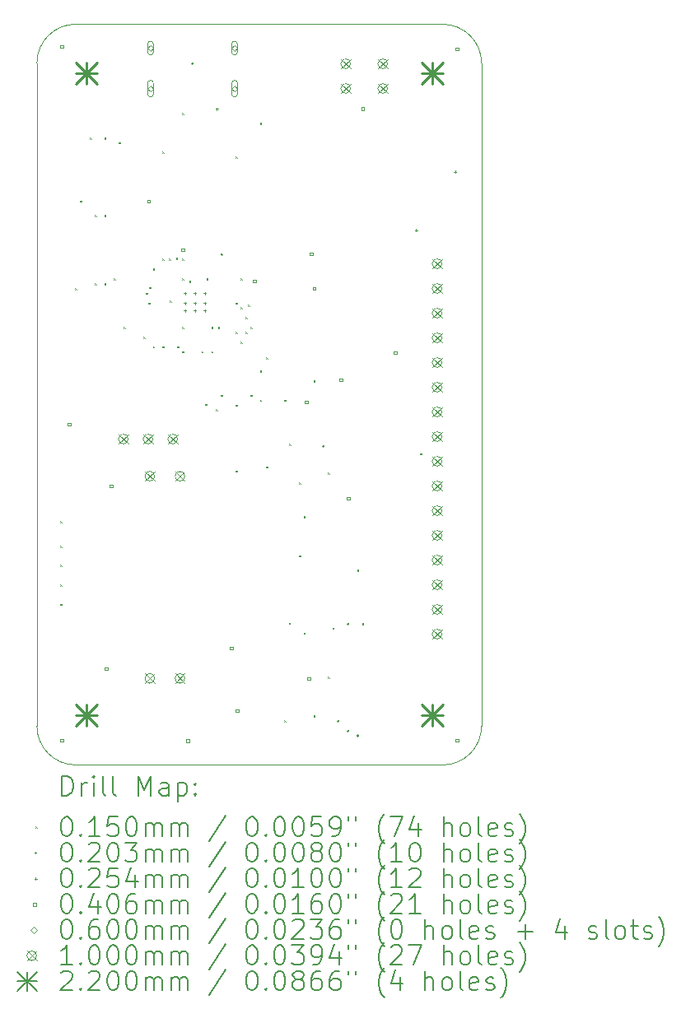
<source format=gbr>
%TF.GenerationSoftware,KiCad,Pcbnew,8.0.1*%
%TF.CreationDate,2024-06-04T12:50:24-04:00*%
%TF.ProjectId,node_v3_1,6e6f6465-5f76-4335-9f31-2e6b69636164,rev?*%
%TF.SameCoordinates,Original*%
%TF.FileFunction,Drillmap*%
%TF.FilePolarity,Positive*%
%FSLAX45Y45*%
G04 Gerber Fmt 4.5, Leading zero omitted, Abs format (unit mm)*
G04 Created by KiCad (PCBNEW 8.0.1) date 2024-06-04 12:50:24*
%MOMM*%
%LPD*%
G01*
G04 APERTURE LIST*
%ADD10C,0.050000*%
%ADD11C,0.200000*%
%ADD12C,0.100000*%
%ADD13C,0.220000*%
G04 APERTURE END LIST*
D10*
X12700000Y-12300000D02*
X12700000Y-5480000D01*
X13100000Y-12700000D02*
G75*
G02*
X12700000Y-12300000I0J400000D01*
G01*
X16872000Y-5080000D02*
G75*
G02*
X17272000Y-5480000I0J-400000D01*
G01*
X13100000Y-5080000D02*
X16872000Y-5080000D01*
X17272000Y-12300000D02*
G75*
G02*
X16872000Y-12700000I-400000J0D01*
G01*
X17272000Y-5480000D02*
X17272000Y-12300000D01*
X16872000Y-12700000D02*
X13100000Y-12700000D01*
X12700000Y-5480000D02*
G75*
G02*
X13100000Y-5080000I400000J0D01*
G01*
D11*
D12*
X12942500Y-10192500D02*
X12957500Y-10207500D01*
X12957500Y-10192500D02*
X12942500Y-10207500D01*
X12942500Y-10442500D02*
X12957500Y-10457500D01*
X12957500Y-10442500D02*
X12942500Y-10457500D01*
X12942500Y-10642500D02*
X12957500Y-10657500D01*
X12957500Y-10642500D02*
X12942500Y-10657500D01*
X12942500Y-10842500D02*
X12957500Y-10857500D01*
X12957500Y-10842500D02*
X12942500Y-10857500D01*
X12942500Y-11042500D02*
X12957500Y-11057500D01*
X12957500Y-11042500D02*
X12942500Y-11057500D01*
X13092500Y-7792500D02*
X13107500Y-7807500D01*
X13107500Y-7792500D02*
X13092500Y-7807500D01*
X13142500Y-6892500D02*
X13157500Y-6907500D01*
X13157500Y-6892500D02*
X13142500Y-6907500D01*
X13242500Y-6242500D02*
X13257500Y-6257500D01*
X13257500Y-6242500D02*
X13242500Y-6257500D01*
X13292500Y-7042500D02*
X13307500Y-7057500D01*
X13307500Y-7042500D02*
X13292500Y-7057500D01*
X13292500Y-7742500D02*
X13307500Y-7757500D01*
X13307500Y-7742500D02*
X13292500Y-7757500D01*
X13392500Y-6242500D02*
X13407500Y-6257500D01*
X13407500Y-6242500D02*
X13392500Y-6257500D01*
X13392500Y-7042500D02*
X13407500Y-7057500D01*
X13407500Y-7042500D02*
X13392500Y-7057500D01*
X13392500Y-7742500D02*
X13407500Y-7757500D01*
X13407500Y-7742500D02*
X13392500Y-7757500D01*
X13492500Y-7692500D02*
X13507500Y-7707500D01*
X13507500Y-7692500D02*
X13492500Y-7707500D01*
X13542500Y-6292500D02*
X13557500Y-6307500D01*
X13557500Y-6292500D02*
X13542500Y-6307500D01*
X13592500Y-8192500D02*
X13607500Y-8207500D01*
X13607500Y-8192500D02*
X13592500Y-8207500D01*
X13792500Y-8292500D02*
X13807500Y-8307500D01*
X13807500Y-8292500D02*
X13792500Y-8307500D01*
X13822244Y-7842500D02*
X13837244Y-7857500D01*
X13837244Y-7842500D02*
X13822244Y-7857500D01*
X13842500Y-7942500D02*
X13857500Y-7957500D01*
X13857500Y-7942500D02*
X13842500Y-7957500D01*
X13852828Y-7782172D02*
X13867828Y-7797172D01*
X13867828Y-7782172D02*
X13852828Y-7797172D01*
X13892500Y-7592500D02*
X13907500Y-7607500D01*
X13907500Y-7592500D02*
X13892500Y-7607500D01*
X13892500Y-8392500D02*
X13907500Y-8407500D01*
X13907500Y-8392500D02*
X13892500Y-8407500D01*
X13992500Y-6392500D02*
X14007500Y-6407500D01*
X14007500Y-6392500D02*
X13992500Y-6407500D01*
X13992500Y-7492500D02*
X14007500Y-7507500D01*
X14007500Y-7492500D02*
X13992500Y-7507500D01*
X13992500Y-8392500D02*
X14007500Y-8407500D01*
X14007500Y-8392500D02*
X13992500Y-8407500D01*
X14060124Y-7487826D02*
X14075124Y-7502826D01*
X14075124Y-7487826D02*
X14060124Y-7502826D01*
X14064069Y-7920233D02*
X14079069Y-7935233D01*
X14079069Y-7920233D02*
X14064069Y-7935233D01*
X14128479Y-7480231D02*
X14143479Y-7495231D01*
X14143479Y-7480231D02*
X14128479Y-7495231D01*
X14142500Y-8392500D02*
X14157500Y-8407500D01*
X14157500Y-8392500D02*
X14142500Y-8407500D01*
X14192500Y-5992500D02*
X14207500Y-6007500D01*
X14207500Y-5992500D02*
X14192500Y-6007500D01*
X14192500Y-7492500D02*
X14207500Y-7507500D01*
X14207500Y-7492500D02*
X14192500Y-7507500D01*
X14192500Y-7692500D02*
X14207500Y-7707500D01*
X14207500Y-7692500D02*
X14192500Y-7707500D01*
X14192500Y-8192500D02*
X14207500Y-8207500D01*
X14207500Y-8192500D02*
X14192500Y-8207500D01*
X14192500Y-8442500D02*
X14207500Y-8457500D01*
X14207500Y-8442500D02*
X14192500Y-8457500D01*
X14265072Y-7717469D02*
X14280072Y-7732469D01*
X14280072Y-7717469D02*
X14265072Y-7732469D01*
X14392500Y-8442500D02*
X14407500Y-8457500D01*
X14407500Y-8442500D02*
X14392500Y-8457500D01*
X14432716Y-8985053D02*
X14447716Y-9000053D01*
X14447716Y-8985053D02*
X14432716Y-9000053D01*
X14442500Y-7692500D02*
X14457500Y-7707500D01*
X14457500Y-7692500D02*
X14442500Y-7707500D01*
X14492500Y-8192500D02*
X14507500Y-8207500D01*
X14507500Y-8192500D02*
X14492500Y-8207500D01*
X14492500Y-8442500D02*
X14507500Y-8457500D01*
X14507500Y-8442500D02*
X14492500Y-8457500D01*
X14542500Y-9042500D02*
X14557500Y-9057500D01*
X14557500Y-9042500D02*
X14542500Y-9057500D01*
X14560217Y-8195883D02*
X14575217Y-8210883D01*
X14575217Y-8195883D02*
X14560217Y-8210883D01*
X14592500Y-8892500D02*
X14607500Y-8907500D01*
X14607500Y-8892500D02*
X14592500Y-8907500D01*
X14742500Y-6442500D02*
X14757500Y-6457500D01*
X14757500Y-6442500D02*
X14742500Y-6457500D01*
X14742500Y-7942500D02*
X14757500Y-7957500D01*
X14757500Y-7942500D02*
X14742500Y-7957500D01*
X14742500Y-8242500D02*
X14757500Y-8257500D01*
X14757500Y-8242500D02*
X14742500Y-8257500D01*
X14742500Y-8992500D02*
X14757500Y-9007500D01*
X14757500Y-8992500D02*
X14742500Y-9007500D01*
X14742500Y-9669900D02*
X14757500Y-9684900D01*
X14757500Y-9669900D02*
X14742500Y-9684900D01*
X14792500Y-7692500D02*
X14807500Y-7707500D01*
X14807500Y-7692500D02*
X14792500Y-7707500D01*
X14792500Y-7992500D02*
X14807500Y-8007500D01*
X14807500Y-7992500D02*
X14792500Y-8007500D01*
X14792500Y-8342500D02*
X14807500Y-8357500D01*
X14807500Y-8342500D02*
X14792500Y-8357500D01*
X14842500Y-8092500D02*
X14857500Y-8107500D01*
X14857500Y-8092500D02*
X14842500Y-8107500D01*
X14842500Y-8242500D02*
X14857500Y-8257500D01*
X14857500Y-8242500D02*
X14842500Y-8257500D01*
X14867500Y-7967500D02*
X14882500Y-7982500D01*
X14882500Y-7967500D02*
X14867500Y-7982500D01*
X14892500Y-8192500D02*
X14907500Y-8207500D01*
X14907500Y-8192500D02*
X14892500Y-8207500D01*
X14892500Y-8892500D02*
X14907500Y-8907500D01*
X14907500Y-8892500D02*
X14892500Y-8907500D01*
X14992500Y-6092500D02*
X15007500Y-6107500D01*
X15007500Y-6092500D02*
X14992500Y-6107500D01*
X14992500Y-8642500D02*
X15007500Y-8657500D01*
X15007500Y-8642500D02*
X14992500Y-8657500D01*
X14992500Y-8942500D02*
X15007500Y-8957500D01*
X15007500Y-8942500D02*
X14992500Y-8957500D01*
X15053628Y-9628697D02*
X15068628Y-9643697D01*
X15068628Y-9628697D02*
X15053628Y-9643697D01*
X15058349Y-8507674D02*
X15073349Y-8522674D01*
X15073349Y-8507674D02*
X15058349Y-8522674D01*
X15242500Y-8942500D02*
X15257500Y-8957500D01*
X15257500Y-8942500D02*
X15242500Y-8957500D01*
X15242500Y-12242500D02*
X15257500Y-12257500D01*
X15257500Y-12242500D02*
X15242500Y-12257500D01*
X15292500Y-9392500D02*
X15307500Y-9407500D01*
X15307500Y-9392500D02*
X15292500Y-9407500D01*
X15392500Y-9792500D02*
X15407500Y-9807500D01*
X15407500Y-9792500D02*
X15392500Y-9807500D01*
X15392500Y-10542500D02*
X15407500Y-10557500D01*
X15407500Y-10542500D02*
X15392500Y-10557500D01*
X15442500Y-10142500D02*
X15457500Y-10157500D01*
X15457500Y-10142500D02*
X15442500Y-10157500D01*
X15542500Y-8742500D02*
X15557500Y-8757500D01*
X15557500Y-8742500D02*
X15542500Y-8757500D01*
X15542500Y-12192500D02*
X15557500Y-12207500D01*
X15557500Y-12192500D02*
X15542500Y-12207500D01*
X15692500Y-9692500D02*
X15707500Y-9707500D01*
X15707500Y-9692500D02*
X15692500Y-9707500D01*
X15692500Y-11792500D02*
X15707500Y-11807500D01*
X15707500Y-11792500D02*
X15692500Y-11807500D01*
X15992500Y-10692500D02*
X16007500Y-10707500D01*
X16007500Y-10692500D02*
X15992500Y-10707500D01*
X16042500Y-11242500D02*
X16057500Y-11257500D01*
X16057500Y-11242500D02*
X16042500Y-11257500D01*
X16642500Y-9492500D02*
X16657500Y-9507500D01*
X16657500Y-9492500D02*
X16642500Y-9507500D01*
X14310360Y-5486400D02*
G75*
G02*
X14290040Y-5486400I-10160J0D01*
G01*
X14290040Y-5486400D02*
G75*
G02*
X14310360Y-5486400I10160J0D01*
G01*
X14610160Y-7450000D02*
G75*
G02*
X14589840Y-7450000I-10160J0D01*
G01*
X14589840Y-7450000D02*
G75*
G02*
X14610160Y-7450000I10160J0D01*
G01*
X15310160Y-11250000D02*
G75*
G02*
X15289840Y-11250000I-10160J0D01*
G01*
X15289840Y-11250000D02*
G75*
G02*
X15310160Y-11250000I10160J0D01*
G01*
X15462060Y-11350000D02*
G75*
G02*
X15441740Y-11350000I-10160J0D01*
G01*
X15441740Y-11350000D02*
G75*
G02*
X15462060Y-11350000I10160J0D01*
G01*
X15656560Y-9423400D02*
G75*
G02*
X15636240Y-9423400I-10160J0D01*
G01*
X15636240Y-9423400D02*
G75*
G02*
X15656560Y-9423400I10160J0D01*
G01*
X15760160Y-11300000D02*
G75*
G02*
X15739840Y-11300000I-10160J0D01*
G01*
X15739840Y-11300000D02*
G75*
G02*
X15760160Y-11300000I10160J0D01*
G01*
X15810160Y-12250000D02*
G75*
G02*
X15789840Y-12250000I-10160J0D01*
G01*
X15789840Y-12250000D02*
G75*
G02*
X15810160Y-12250000I10160J0D01*
G01*
X15910160Y-11250000D02*
G75*
G02*
X15889840Y-11250000I-10160J0D01*
G01*
X15889840Y-11250000D02*
G75*
G02*
X15910160Y-11250000I10160J0D01*
G01*
X15910160Y-12350000D02*
G75*
G02*
X15889840Y-12350000I-10160J0D01*
G01*
X15889840Y-12350000D02*
G75*
G02*
X15910160Y-12350000I10160J0D01*
G01*
X16010160Y-12400000D02*
G75*
G02*
X15989840Y-12400000I-10160J0D01*
G01*
X15989840Y-12400000D02*
G75*
G02*
X16010160Y-12400000I10160J0D01*
G01*
X14224000Y-7835900D02*
X14224000Y-7861300D01*
X14211300Y-7848600D02*
X14236700Y-7848600D01*
X14224000Y-7937500D02*
X14224000Y-7962900D01*
X14211300Y-7950200D02*
X14236700Y-7950200D01*
X14224000Y-8013700D02*
X14224000Y-8039100D01*
X14211300Y-8026400D02*
X14236700Y-8026400D01*
X14325600Y-7835900D02*
X14325600Y-7861300D01*
X14312900Y-7848600D02*
X14338300Y-7848600D01*
X14325600Y-7937500D02*
X14325600Y-7962900D01*
X14312900Y-7950200D02*
X14338300Y-7950200D01*
X14325600Y-8013700D02*
X14325600Y-8039100D01*
X14312900Y-8026400D02*
X14338300Y-8026400D01*
X14427200Y-7835900D02*
X14427200Y-7861300D01*
X14414500Y-7848600D02*
X14439900Y-7848600D01*
X14427200Y-7937500D02*
X14427200Y-7962900D01*
X14414500Y-7950200D02*
X14439900Y-7950200D01*
X14427200Y-8013700D02*
X14427200Y-8039100D01*
X14414500Y-8026400D02*
X14439900Y-8026400D01*
X14550000Y-5937300D02*
X14550000Y-5962700D01*
X14537300Y-5950000D02*
X14562700Y-5950000D01*
X16600000Y-7187300D02*
X16600000Y-7212700D01*
X16587300Y-7200000D02*
X16612700Y-7200000D01*
X17000000Y-6587300D02*
X17000000Y-6612700D01*
X16987300Y-6600000D02*
X17012700Y-6600000D01*
X12968368Y-5322969D02*
X12968368Y-5294232D01*
X12939631Y-5294232D01*
X12939631Y-5322969D01*
X12968368Y-5322969D01*
X12968368Y-12460368D02*
X12968368Y-12431631D01*
X12939631Y-12431631D01*
X12939631Y-12460368D01*
X12968368Y-12460368D01*
X13044568Y-9209169D02*
X13044568Y-9180432D01*
X13015831Y-9180432D01*
X13015831Y-9209169D01*
X13044568Y-9209169D01*
X13425568Y-11723768D02*
X13425568Y-11695031D01*
X13396831Y-11695031D01*
X13396831Y-11723768D01*
X13425568Y-11723768D01*
X13476368Y-9844169D02*
X13476368Y-9815432D01*
X13447631Y-9815432D01*
X13447631Y-9844169D01*
X13476368Y-9844169D01*
X13864368Y-6914368D02*
X13864368Y-6885631D01*
X13835631Y-6885631D01*
X13835631Y-6914368D01*
X13864368Y-6914368D01*
X14214368Y-7416918D02*
X14214368Y-7388181D01*
X14185631Y-7388181D01*
X14185631Y-7416918D01*
X14214368Y-7416918D01*
X14264368Y-12464368D02*
X14264368Y-12435631D01*
X14235631Y-12435631D01*
X14235631Y-12464368D01*
X14264368Y-12464368D01*
X14714368Y-11514368D02*
X14714368Y-11485631D01*
X14685631Y-11485631D01*
X14685631Y-11514368D01*
X14714368Y-11514368D01*
X14771768Y-12155568D02*
X14771768Y-12126831D01*
X14743031Y-12126831D01*
X14743031Y-12155568D01*
X14771768Y-12155568D01*
X14949568Y-7735968D02*
X14949568Y-7707231D01*
X14920831Y-7707231D01*
X14920831Y-7735968D01*
X14949568Y-7735968D01*
X15482968Y-8980569D02*
X15482968Y-8951832D01*
X15454231Y-8951832D01*
X15454231Y-8980569D01*
X15482968Y-8980569D01*
X15508368Y-11825368D02*
X15508368Y-11796631D01*
X15479631Y-11796631D01*
X15479631Y-11825368D01*
X15508368Y-11825368D01*
X15533768Y-7456568D02*
X15533768Y-7427831D01*
X15505031Y-7427831D01*
X15505031Y-7456568D01*
X15533768Y-7456568D01*
X15564368Y-7814368D02*
X15564368Y-7785631D01*
X15535631Y-7785631D01*
X15535631Y-7814368D01*
X15564368Y-7814368D01*
X15838568Y-8751969D02*
X15838568Y-8723232D01*
X15809831Y-8723232D01*
X15809831Y-8751969D01*
X15838568Y-8751969D01*
X15914768Y-9971169D02*
X15914768Y-9942432D01*
X15886031Y-9942432D01*
X15886031Y-9971169D01*
X15914768Y-9971169D01*
X16064368Y-5964368D02*
X16064368Y-5935631D01*
X16035631Y-5935631D01*
X16035631Y-5964368D01*
X16064368Y-5964368D01*
X16397368Y-8472569D02*
X16397368Y-8443832D01*
X16368631Y-8443832D01*
X16368631Y-8472569D01*
X16397368Y-8472569D01*
X17032369Y-5348369D02*
X17032369Y-5319632D01*
X17003632Y-5319632D01*
X17003632Y-5348369D01*
X17032369Y-5348369D01*
X17032369Y-12460368D02*
X17032369Y-12431631D01*
X17003632Y-12431631D01*
X17003632Y-12460368D01*
X17032369Y-12460368D01*
X13868200Y-5355000D02*
X13898200Y-5325000D01*
X13868200Y-5295000D01*
X13838200Y-5325000D01*
X13868200Y-5355000D01*
X13898200Y-5365000D02*
X13898200Y-5285000D01*
X13838200Y-5285000D02*
G75*
G02*
X13898200Y-5285000I30000J0D01*
G01*
X13838200Y-5285000D02*
X13838200Y-5365000D01*
X13838200Y-5365000D02*
G75*
G03*
X13898200Y-5365000I30000J0D01*
G01*
X13868200Y-5773000D02*
X13898200Y-5743000D01*
X13868200Y-5713000D01*
X13838200Y-5743000D01*
X13868200Y-5773000D01*
X13898200Y-5798000D02*
X13898200Y-5688000D01*
X13838200Y-5688000D02*
G75*
G02*
X13898200Y-5688000I30000J0D01*
G01*
X13838200Y-5688000D02*
X13838200Y-5798000D01*
X13838200Y-5798000D02*
G75*
G03*
X13898200Y-5798000I30000J0D01*
G01*
X14732200Y-5355000D02*
X14762200Y-5325000D01*
X14732200Y-5295000D01*
X14702200Y-5325000D01*
X14732200Y-5355000D01*
X14762200Y-5365000D02*
X14762200Y-5285000D01*
X14702200Y-5285000D02*
G75*
G02*
X14762200Y-5285000I30000J0D01*
G01*
X14702200Y-5285000D02*
X14702200Y-5365000D01*
X14702200Y-5365000D02*
G75*
G03*
X14762200Y-5365000I30000J0D01*
G01*
X14732200Y-5773000D02*
X14762200Y-5743000D01*
X14732200Y-5713000D01*
X14702200Y-5743000D01*
X14732200Y-5773000D01*
X14762200Y-5798000D02*
X14762200Y-5688000D01*
X14702200Y-5688000D02*
G75*
G02*
X14762200Y-5688000I30000J0D01*
G01*
X14702200Y-5688000D02*
X14702200Y-5798000D01*
X14702200Y-5798000D02*
G75*
G03*
X14762200Y-5798000I30000J0D01*
G01*
X13539000Y-9297200D02*
X13639000Y-9397200D01*
X13639000Y-9297200D02*
X13539000Y-9397200D01*
X13639000Y-9347200D02*
G75*
G02*
X13539000Y-9347200I-50000J0D01*
G01*
X13539000Y-9347200D02*
G75*
G02*
X13639000Y-9347200I50000J0D01*
G01*
X13793000Y-9297200D02*
X13893000Y-9397200D01*
X13893000Y-9297200D02*
X13793000Y-9397200D01*
X13893000Y-9347200D02*
G75*
G02*
X13793000Y-9347200I-50000J0D01*
G01*
X13793000Y-9347200D02*
G75*
G02*
X13893000Y-9347200I50000J0D01*
G01*
X13810800Y-9679600D02*
X13910800Y-9779600D01*
X13910800Y-9679600D02*
X13810800Y-9779600D01*
X13910800Y-9729600D02*
G75*
G02*
X13810800Y-9729600I-50000J0D01*
G01*
X13810800Y-9729600D02*
G75*
G02*
X13910800Y-9729600I50000J0D01*
G01*
X13810800Y-11759600D02*
X13910800Y-11859600D01*
X13910800Y-11759600D02*
X13810800Y-11859600D01*
X13910800Y-11809600D02*
G75*
G02*
X13810800Y-11809600I-50000J0D01*
G01*
X13810800Y-11809600D02*
G75*
G02*
X13910800Y-11809600I50000J0D01*
G01*
X14047000Y-9297200D02*
X14147000Y-9397200D01*
X14147000Y-9297200D02*
X14047000Y-9397200D01*
X14147000Y-9347200D02*
G75*
G02*
X14047000Y-9347200I-50000J0D01*
G01*
X14047000Y-9347200D02*
G75*
G02*
X14147000Y-9347200I50000J0D01*
G01*
X14120800Y-9679600D02*
X14220800Y-9779600D01*
X14220800Y-9679600D02*
X14120800Y-9779600D01*
X14220800Y-9729600D02*
G75*
G02*
X14120800Y-9729600I-50000J0D01*
G01*
X14120800Y-9729600D02*
G75*
G02*
X14220800Y-9729600I50000J0D01*
G01*
X14120800Y-11759600D02*
X14220800Y-11859600D01*
X14220800Y-11759600D02*
X14120800Y-11859600D01*
X14220800Y-11809600D02*
G75*
G02*
X14120800Y-11809600I-50000J0D01*
G01*
X14120800Y-11809600D02*
G75*
G02*
X14220800Y-11809600I50000J0D01*
G01*
X15825000Y-5436400D02*
X15925000Y-5536400D01*
X15925000Y-5436400D02*
X15825000Y-5536400D01*
X15925000Y-5486400D02*
G75*
G02*
X15825000Y-5486400I-50000J0D01*
G01*
X15825000Y-5486400D02*
G75*
G02*
X15925000Y-5486400I50000J0D01*
G01*
X15825000Y-5690400D02*
X15925000Y-5790400D01*
X15925000Y-5690400D02*
X15825000Y-5790400D01*
X15925000Y-5740400D02*
G75*
G02*
X15825000Y-5740400I-50000J0D01*
G01*
X15825000Y-5740400D02*
G75*
G02*
X15925000Y-5740400I50000J0D01*
G01*
X16206000Y-5436900D02*
X16306000Y-5536900D01*
X16306000Y-5436900D02*
X16206000Y-5536900D01*
X16306000Y-5486900D02*
G75*
G02*
X16206000Y-5486900I-50000J0D01*
G01*
X16206000Y-5486900D02*
G75*
G02*
X16306000Y-5486900I50000J0D01*
G01*
X16206000Y-5690900D02*
X16306000Y-5790900D01*
X16306000Y-5690900D02*
X16206000Y-5790900D01*
X16306000Y-5740900D02*
G75*
G02*
X16206000Y-5740900I-50000J0D01*
G01*
X16206000Y-5740900D02*
G75*
G02*
X16306000Y-5740900I50000J0D01*
G01*
X16764800Y-7493800D02*
X16864800Y-7593800D01*
X16864800Y-7493800D02*
X16764800Y-7593800D01*
X16864800Y-7543800D02*
G75*
G02*
X16764800Y-7543800I-50000J0D01*
G01*
X16764800Y-7543800D02*
G75*
G02*
X16864800Y-7543800I50000J0D01*
G01*
X16764800Y-7747800D02*
X16864800Y-7847800D01*
X16864800Y-7747800D02*
X16764800Y-7847800D01*
X16864800Y-7797800D02*
G75*
G02*
X16764800Y-7797800I-50000J0D01*
G01*
X16764800Y-7797800D02*
G75*
G02*
X16864800Y-7797800I50000J0D01*
G01*
X16764800Y-8001800D02*
X16864800Y-8101800D01*
X16864800Y-8001800D02*
X16764800Y-8101800D01*
X16864800Y-8051800D02*
G75*
G02*
X16764800Y-8051800I-50000J0D01*
G01*
X16764800Y-8051800D02*
G75*
G02*
X16864800Y-8051800I50000J0D01*
G01*
X16764800Y-8255800D02*
X16864800Y-8355800D01*
X16864800Y-8255800D02*
X16764800Y-8355800D01*
X16864800Y-8305800D02*
G75*
G02*
X16764800Y-8305800I-50000J0D01*
G01*
X16764800Y-8305800D02*
G75*
G02*
X16864800Y-8305800I50000J0D01*
G01*
X16764800Y-8509800D02*
X16864800Y-8609800D01*
X16864800Y-8509800D02*
X16764800Y-8609800D01*
X16864800Y-8559800D02*
G75*
G02*
X16764800Y-8559800I-50000J0D01*
G01*
X16764800Y-8559800D02*
G75*
G02*
X16864800Y-8559800I50000J0D01*
G01*
X16764800Y-8763800D02*
X16864800Y-8863800D01*
X16864800Y-8763800D02*
X16764800Y-8863800D01*
X16864800Y-8813800D02*
G75*
G02*
X16764800Y-8813800I-50000J0D01*
G01*
X16764800Y-8813800D02*
G75*
G02*
X16864800Y-8813800I50000J0D01*
G01*
X16764800Y-9017800D02*
X16864800Y-9117800D01*
X16864800Y-9017800D02*
X16764800Y-9117800D01*
X16864800Y-9067800D02*
G75*
G02*
X16764800Y-9067800I-50000J0D01*
G01*
X16764800Y-9067800D02*
G75*
G02*
X16864800Y-9067800I50000J0D01*
G01*
X16764800Y-9271800D02*
X16864800Y-9371800D01*
X16864800Y-9271800D02*
X16764800Y-9371800D01*
X16864800Y-9321800D02*
G75*
G02*
X16764800Y-9321800I-50000J0D01*
G01*
X16764800Y-9321800D02*
G75*
G02*
X16864800Y-9321800I50000J0D01*
G01*
X16764800Y-9525800D02*
X16864800Y-9625800D01*
X16864800Y-9525800D02*
X16764800Y-9625800D01*
X16864800Y-9575800D02*
G75*
G02*
X16764800Y-9575800I-50000J0D01*
G01*
X16764800Y-9575800D02*
G75*
G02*
X16864800Y-9575800I50000J0D01*
G01*
X16764800Y-9779800D02*
X16864800Y-9879800D01*
X16864800Y-9779800D02*
X16764800Y-9879800D01*
X16864800Y-9829800D02*
G75*
G02*
X16764800Y-9829800I-50000J0D01*
G01*
X16764800Y-9829800D02*
G75*
G02*
X16864800Y-9829800I50000J0D01*
G01*
X16764800Y-10033800D02*
X16864800Y-10133800D01*
X16864800Y-10033800D02*
X16764800Y-10133800D01*
X16864800Y-10083800D02*
G75*
G02*
X16764800Y-10083800I-50000J0D01*
G01*
X16764800Y-10083800D02*
G75*
G02*
X16864800Y-10083800I50000J0D01*
G01*
X16764800Y-10287800D02*
X16864800Y-10387800D01*
X16864800Y-10287800D02*
X16764800Y-10387800D01*
X16864800Y-10337800D02*
G75*
G02*
X16764800Y-10337800I-50000J0D01*
G01*
X16764800Y-10337800D02*
G75*
G02*
X16864800Y-10337800I50000J0D01*
G01*
X16764800Y-10541800D02*
X16864800Y-10641800D01*
X16864800Y-10541800D02*
X16764800Y-10641800D01*
X16864800Y-10591800D02*
G75*
G02*
X16764800Y-10591800I-50000J0D01*
G01*
X16764800Y-10591800D02*
G75*
G02*
X16864800Y-10591800I50000J0D01*
G01*
X16764800Y-10795800D02*
X16864800Y-10895800D01*
X16864800Y-10795800D02*
X16764800Y-10895800D01*
X16864800Y-10845800D02*
G75*
G02*
X16764800Y-10845800I-50000J0D01*
G01*
X16764800Y-10845800D02*
G75*
G02*
X16864800Y-10845800I50000J0D01*
G01*
X16764800Y-11049800D02*
X16864800Y-11149800D01*
X16864800Y-11049800D02*
X16764800Y-11149800D01*
X16864800Y-11099800D02*
G75*
G02*
X16764800Y-11099800I-50000J0D01*
G01*
X16764800Y-11099800D02*
G75*
G02*
X16864800Y-11099800I50000J0D01*
G01*
X16764800Y-11303800D02*
X16864800Y-11403800D01*
X16864800Y-11303800D02*
X16764800Y-11403800D01*
X16864800Y-11353800D02*
G75*
G02*
X16764800Y-11353800I-50000J0D01*
G01*
X16764800Y-11353800D02*
G75*
G02*
X16864800Y-11353800I50000J0D01*
G01*
D13*
X13098000Y-5478000D02*
X13318000Y-5698000D01*
X13318000Y-5478000D02*
X13098000Y-5698000D01*
X13208000Y-5478000D02*
X13208000Y-5698000D01*
X13098000Y-5588000D02*
X13318000Y-5588000D01*
X13098000Y-12082000D02*
X13318000Y-12302000D01*
X13318000Y-12082000D02*
X13098000Y-12302000D01*
X13208000Y-12082000D02*
X13208000Y-12302000D01*
X13098000Y-12192000D02*
X13318000Y-12192000D01*
X16654000Y-5478000D02*
X16874000Y-5698000D01*
X16874000Y-5478000D02*
X16654000Y-5698000D01*
X16764000Y-5478000D02*
X16764000Y-5698000D01*
X16654000Y-5588000D02*
X16874000Y-5588000D01*
X16654000Y-12082000D02*
X16874000Y-12302000D01*
X16874000Y-12082000D02*
X16654000Y-12302000D01*
X16764000Y-12082000D02*
X16764000Y-12302000D01*
X16654000Y-12192000D02*
X16874000Y-12192000D01*
D11*
X12958277Y-13013984D02*
X12958277Y-12813984D01*
X12958277Y-12813984D02*
X13005896Y-12813984D01*
X13005896Y-12813984D02*
X13034467Y-12823508D01*
X13034467Y-12823508D02*
X13053515Y-12842555D01*
X13053515Y-12842555D02*
X13063039Y-12861603D01*
X13063039Y-12861603D02*
X13072562Y-12899698D01*
X13072562Y-12899698D02*
X13072562Y-12928269D01*
X13072562Y-12928269D02*
X13063039Y-12966365D01*
X13063039Y-12966365D02*
X13053515Y-12985412D01*
X13053515Y-12985412D02*
X13034467Y-13004460D01*
X13034467Y-13004460D02*
X13005896Y-13013984D01*
X13005896Y-13013984D02*
X12958277Y-13013984D01*
X13158277Y-13013984D02*
X13158277Y-12880650D01*
X13158277Y-12918746D02*
X13167801Y-12899698D01*
X13167801Y-12899698D02*
X13177324Y-12890174D01*
X13177324Y-12890174D02*
X13196372Y-12880650D01*
X13196372Y-12880650D02*
X13215420Y-12880650D01*
X13282086Y-13013984D02*
X13282086Y-12880650D01*
X13282086Y-12813984D02*
X13272562Y-12823508D01*
X13272562Y-12823508D02*
X13282086Y-12833031D01*
X13282086Y-12833031D02*
X13291610Y-12823508D01*
X13291610Y-12823508D02*
X13282086Y-12813984D01*
X13282086Y-12813984D02*
X13282086Y-12833031D01*
X13405896Y-13013984D02*
X13386848Y-13004460D01*
X13386848Y-13004460D02*
X13377324Y-12985412D01*
X13377324Y-12985412D02*
X13377324Y-12813984D01*
X13510658Y-13013984D02*
X13491610Y-13004460D01*
X13491610Y-13004460D02*
X13482086Y-12985412D01*
X13482086Y-12985412D02*
X13482086Y-12813984D01*
X13739229Y-13013984D02*
X13739229Y-12813984D01*
X13739229Y-12813984D02*
X13805896Y-12956841D01*
X13805896Y-12956841D02*
X13872562Y-12813984D01*
X13872562Y-12813984D02*
X13872562Y-13013984D01*
X14053515Y-13013984D02*
X14053515Y-12909222D01*
X14053515Y-12909222D02*
X14043991Y-12890174D01*
X14043991Y-12890174D02*
X14024943Y-12880650D01*
X14024943Y-12880650D02*
X13986848Y-12880650D01*
X13986848Y-12880650D02*
X13967801Y-12890174D01*
X14053515Y-13004460D02*
X14034467Y-13013984D01*
X14034467Y-13013984D02*
X13986848Y-13013984D01*
X13986848Y-13013984D02*
X13967801Y-13004460D01*
X13967801Y-13004460D02*
X13958277Y-12985412D01*
X13958277Y-12985412D02*
X13958277Y-12966365D01*
X13958277Y-12966365D02*
X13967801Y-12947317D01*
X13967801Y-12947317D02*
X13986848Y-12937793D01*
X13986848Y-12937793D02*
X14034467Y-12937793D01*
X14034467Y-12937793D02*
X14053515Y-12928269D01*
X14148753Y-12880650D02*
X14148753Y-13080650D01*
X14148753Y-12890174D02*
X14167801Y-12880650D01*
X14167801Y-12880650D02*
X14205896Y-12880650D01*
X14205896Y-12880650D02*
X14224943Y-12890174D01*
X14224943Y-12890174D02*
X14234467Y-12899698D01*
X14234467Y-12899698D02*
X14243991Y-12918746D01*
X14243991Y-12918746D02*
X14243991Y-12975888D01*
X14243991Y-12975888D02*
X14234467Y-12994936D01*
X14234467Y-12994936D02*
X14224943Y-13004460D01*
X14224943Y-13004460D02*
X14205896Y-13013984D01*
X14205896Y-13013984D02*
X14167801Y-13013984D01*
X14167801Y-13013984D02*
X14148753Y-13004460D01*
X14329705Y-12994936D02*
X14339229Y-13004460D01*
X14339229Y-13004460D02*
X14329705Y-13013984D01*
X14329705Y-13013984D02*
X14320182Y-13004460D01*
X14320182Y-13004460D02*
X14329705Y-12994936D01*
X14329705Y-12994936D02*
X14329705Y-13013984D01*
X14329705Y-12890174D02*
X14339229Y-12899698D01*
X14339229Y-12899698D02*
X14329705Y-12909222D01*
X14329705Y-12909222D02*
X14320182Y-12899698D01*
X14320182Y-12899698D02*
X14329705Y-12890174D01*
X14329705Y-12890174D02*
X14329705Y-12909222D01*
D12*
X12682500Y-13335000D02*
X12697500Y-13350000D01*
X12697500Y-13335000D02*
X12682500Y-13350000D01*
D11*
X12996372Y-13233984D02*
X13015420Y-13233984D01*
X13015420Y-13233984D02*
X13034467Y-13243508D01*
X13034467Y-13243508D02*
X13043991Y-13253031D01*
X13043991Y-13253031D02*
X13053515Y-13272079D01*
X13053515Y-13272079D02*
X13063039Y-13310174D01*
X13063039Y-13310174D02*
X13063039Y-13357793D01*
X13063039Y-13357793D02*
X13053515Y-13395888D01*
X13053515Y-13395888D02*
X13043991Y-13414936D01*
X13043991Y-13414936D02*
X13034467Y-13424460D01*
X13034467Y-13424460D02*
X13015420Y-13433984D01*
X13015420Y-13433984D02*
X12996372Y-13433984D01*
X12996372Y-13433984D02*
X12977324Y-13424460D01*
X12977324Y-13424460D02*
X12967801Y-13414936D01*
X12967801Y-13414936D02*
X12958277Y-13395888D01*
X12958277Y-13395888D02*
X12948753Y-13357793D01*
X12948753Y-13357793D02*
X12948753Y-13310174D01*
X12948753Y-13310174D02*
X12958277Y-13272079D01*
X12958277Y-13272079D02*
X12967801Y-13253031D01*
X12967801Y-13253031D02*
X12977324Y-13243508D01*
X12977324Y-13243508D02*
X12996372Y-13233984D01*
X13148753Y-13414936D02*
X13158277Y-13424460D01*
X13158277Y-13424460D02*
X13148753Y-13433984D01*
X13148753Y-13433984D02*
X13139229Y-13424460D01*
X13139229Y-13424460D02*
X13148753Y-13414936D01*
X13148753Y-13414936D02*
X13148753Y-13433984D01*
X13348753Y-13433984D02*
X13234467Y-13433984D01*
X13291610Y-13433984D02*
X13291610Y-13233984D01*
X13291610Y-13233984D02*
X13272562Y-13262555D01*
X13272562Y-13262555D02*
X13253515Y-13281603D01*
X13253515Y-13281603D02*
X13234467Y-13291127D01*
X13529705Y-13233984D02*
X13434467Y-13233984D01*
X13434467Y-13233984D02*
X13424943Y-13329222D01*
X13424943Y-13329222D02*
X13434467Y-13319698D01*
X13434467Y-13319698D02*
X13453515Y-13310174D01*
X13453515Y-13310174D02*
X13501134Y-13310174D01*
X13501134Y-13310174D02*
X13520182Y-13319698D01*
X13520182Y-13319698D02*
X13529705Y-13329222D01*
X13529705Y-13329222D02*
X13539229Y-13348269D01*
X13539229Y-13348269D02*
X13539229Y-13395888D01*
X13539229Y-13395888D02*
X13529705Y-13414936D01*
X13529705Y-13414936D02*
X13520182Y-13424460D01*
X13520182Y-13424460D02*
X13501134Y-13433984D01*
X13501134Y-13433984D02*
X13453515Y-13433984D01*
X13453515Y-13433984D02*
X13434467Y-13424460D01*
X13434467Y-13424460D02*
X13424943Y-13414936D01*
X13663039Y-13233984D02*
X13682086Y-13233984D01*
X13682086Y-13233984D02*
X13701134Y-13243508D01*
X13701134Y-13243508D02*
X13710658Y-13253031D01*
X13710658Y-13253031D02*
X13720182Y-13272079D01*
X13720182Y-13272079D02*
X13729705Y-13310174D01*
X13729705Y-13310174D02*
X13729705Y-13357793D01*
X13729705Y-13357793D02*
X13720182Y-13395888D01*
X13720182Y-13395888D02*
X13710658Y-13414936D01*
X13710658Y-13414936D02*
X13701134Y-13424460D01*
X13701134Y-13424460D02*
X13682086Y-13433984D01*
X13682086Y-13433984D02*
X13663039Y-13433984D01*
X13663039Y-13433984D02*
X13643991Y-13424460D01*
X13643991Y-13424460D02*
X13634467Y-13414936D01*
X13634467Y-13414936D02*
X13624943Y-13395888D01*
X13624943Y-13395888D02*
X13615420Y-13357793D01*
X13615420Y-13357793D02*
X13615420Y-13310174D01*
X13615420Y-13310174D02*
X13624943Y-13272079D01*
X13624943Y-13272079D02*
X13634467Y-13253031D01*
X13634467Y-13253031D02*
X13643991Y-13243508D01*
X13643991Y-13243508D02*
X13663039Y-13233984D01*
X13815420Y-13433984D02*
X13815420Y-13300650D01*
X13815420Y-13319698D02*
X13824943Y-13310174D01*
X13824943Y-13310174D02*
X13843991Y-13300650D01*
X13843991Y-13300650D02*
X13872563Y-13300650D01*
X13872563Y-13300650D02*
X13891610Y-13310174D01*
X13891610Y-13310174D02*
X13901134Y-13329222D01*
X13901134Y-13329222D02*
X13901134Y-13433984D01*
X13901134Y-13329222D02*
X13910658Y-13310174D01*
X13910658Y-13310174D02*
X13929705Y-13300650D01*
X13929705Y-13300650D02*
X13958277Y-13300650D01*
X13958277Y-13300650D02*
X13977324Y-13310174D01*
X13977324Y-13310174D02*
X13986848Y-13329222D01*
X13986848Y-13329222D02*
X13986848Y-13433984D01*
X14082086Y-13433984D02*
X14082086Y-13300650D01*
X14082086Y-13319698D02*
X14091610Y-13310174D01*
X14091610Y-13310174D02*
X14110658Y-13300650D01*
X14110658Y-13300650D02*
X14139229Y-13300650D01*
X14139229Y-13300650D02*
X14158277Y-13310174D01*
X14158277Y-13310174D02*
X14167801Y-13329222D01*
X14167801Y-13329222D02*
X14167801Y-13433984D01*
X14167801Y-13329222D02*
X14177324Y-13310174D01*
X14177324Y-13310174D02*
X14196372Y-13300650D01*
X14196372Y-13300650D02*
X14224943Y-13300650D01*
X14224943Y-13300650D02*
X14243991Y-13310174D01*
X14243991Y-13310174D02*
X14253515Y-13329222D01*
X14253515Y-13329222D02*
X14253515Y-13433984D01*
X14643991Y-13224460D02*
X14472563Y-13481603D01*
X14901134Y-13233984D02*
X14920182Y-13233984D01*
X14920182Y-13233984D02*
X14939229Y-13243508D01*
X14939229Y-13243508D02*
X14948753Y-13253031D01*
X14948753Y-13253031D02*
X14958277Y-13272079D01*
X14958277Y-13272079D02*
X14967801Y-13310174D01*
X14967801Y-13310174D02*
X14967801Y-13357793D01*
X14967801Y-13357793D02*
X14958277Y-13395888D01*
X14958277Y-13395888D02*
X14948753Y-13414936D01*
X14948753Y-13414936D02*
X14939229Y-13424460D01*
X14939229Y-13424460D02*
X14920182Y-13433984D01*
X14920182Y-13433984D02*
X14901134Y-13433984D01*
X14901134Y-13433984D02*
X14882086Y-13424460D01*
X14882086Y-13424460D02*
X14872563Y-13414936D01*
X14872563Y-13414936D02*
X14863039Y-13395888D01*
X14863039Y-13395888D02*
X14853515Y-13357793D01*
X14853515Y-13357793D02*
X14853515Y-13310174D01*
X14853515Y-13310174D02*
X14863039Y-13272079D01*
X14863039Y-13272079D02*
X14872563Y-13253031D01*
X14872563Y-13253031D02*
X14882086Y-13243508D01*
X14882086Y-13243508D02*
X14901134Y-13233984D01*
X15053515Y-13414936D02*
X15063039Y-13424460D01*
X15063039Y-13424460D02*
X15053515Y-13433984D01*
X15053515Y-13433984D02*
X15043991Y-13424460D01*
X15043991Y-13424460D02*
X15053515Y-13414936D01*
X15053515Y-13414936D02*
X15053515Y-13433984D01*
X15186848Y-13233984D02*
X15205896Y-13233984D01*
X15205896Y-13233984D02*
X15224944Y-13243508D01*
X15224944Y-13243508D02*
X15234467Y-13253031D01*
X15234467Y-13253031D02*
X15243991Y-13272079D01*
X15243991Y-13272079D02*
X15253515Y-13310174D01*
X15253515Y-13310174D02*
X15253515Y-13357793D01*
X15253515Y-13357793D02*
X15243991Y-13395888D01*
X15243991Y-13395888D02*
X15234467Y-13414936D01*
X15234467Y-13414936D02*
X15224944Y-13424460D01*
X15224944Y-13424460D02*
X15205896Y-13433984D01*
X15205896Y-13433984D02*
X15186848Y-13433984D01*
X15186848Y-13433984D02*
X15167801Y-13424460D01*
X15167801Y-13424460D02*
X15158277Y-13414936D01*
X15158277Y-13414936D02*
X15148753Y-13395888D01*
X15148753Y-13395888D02*
X15139229Y-13357793D01*
X15139229Y-13357793D02*
X15139229Y-13310174D01*
X15139229Y-13310174D02*
X15148753Y-13272079D01*
X15148753Y-13272079D02*
X15158277Y-13253031D01*
X15158277Y-13253031D02*
X15167801Y-13243508D01*
X15167801Y-13243508D02*
X15186848Y-13233984D01*
X15377325Y-13233984D02*
X15396372Y-13233984D01*
X15396372Y-13233984D02*
X15415420Y-13243508D01*
X15415420Y-13243508D02*
X15424944Y-13253031D01*
X15424944Y-13253031D02*
X15434467Y-13272079D01*
X15434467Y-13272079D02*
X15443991Y-13310174D01*
X15443991Y-13310174D02*
X15443991Y-13357793D01*
X15443991Y-13357793D02*
X15434467Y-13395888D01*
X15434467Y-13395888D02*
X15424944Y-13414936D01*
X15424944Y-13414936D02*
X15415420Y-13424460D01*
X15415420Y-13424460D02*
X15396372Y-13433984D01*
X15396372Y-13433984D02*
X15377325Y-13433984D01*
X15377325Y-13433984D02*
X15358277Y-13424460D01*
X15358277Y-13424460D02*
X15348753Y-13414936D01*
X15348753Y-13414936D02*
X15339229Y-13395888D01*
X15339229Y-13395888D02*
X15329706Y-13357793D01*
X15329706Y-13357793D02*
X15329706Y-13310174D01*
X15329706Y-13310174D02*
X15339229Y-13272079D01*
X15339229Y-13272079D02*
X15348753Y-13253031D01*
X15348753Y-13253031D02*
X15358277Y-13243508D01*
X15358277Y-13243508D02*
X15377325Y-13233984D01*
X15624944Y-13233984D02*
X15529706Y-13233984D01*
X15529706Y-13233984D02*
X15520182Y-13329222D01*
X15520182Y-13329222D02*
X15529706Y-13319698D01*
X15529706Y-13319698D02*
X15548753Y-13310174D01*
X15548753Y-13310174D02*
X15596372Y-13310174D01*
X15596372Y-13310174D02*
X15615420Y-13319698D01*
X15615420Y-13319698D02*
X15624944Y-13329222D01*
X15624944Y-13329222D02*
X15634467Y-13348269D01*
X15634467Y-13348269D02*
X15634467Y-13395888D01*
X15634467Y-13395888D02*
X15624944Y-13414936D01*
X15624944Y-13414936D02*
X15615420Y-13424460D01*
X15615420Y-13424460D02*
X15596372Y-13433984D01*
X15596372Y-13433984D02*
X15548753Y-13433984D01*
X15548753Y-13433984D02*
X15529706Y-13424460D01*
X15529706Y-13424460D02*
X15520182Y-13414936D01*
X15729706Y-13433984D02*
X15767801Y-13433984D01*
X15767801Y-13433984D02*
X15786848Y-13424460D01*
X15786848Y-13424460D02*
X15796372Y-13414936D01*
X15796372Y-13414936D02*
X15815420Y-13386365D01*
X15815420Y-13386365D02*
X15824944Y-13348269D01*
X15824944Y-13348269D02*
X15824944Y-13272079D01*
X15824944Y-13272079D02*
X15815420Y-13253031D01*
X15815420Y-13253031D02*
X15805896Y-13243508D01*
X15805896Y-13243508D02*
X15786848Y-13233984D01*
X15786848Y-13233984D02*
X15748753Y-13233984D01*
X15748753Y-13233984D02*
X15729706Y-13243508D01*
X15729706Y-13243508D02*
X15720182Y-13253031D01*
X15720182Y-13253031D02*
X15710658Y-13272079D01*
X15710658Y-13272079D02*
X15710658Y-13319698D01*
X15710658Y-13319698D02*
X15720182Y-13338746D01*
X15720182Y-13338746D02*
X15729706Y-13348269D01*
X15729706Y-13348269D02*
X15748753Y-13357793D01*
X15748753Y-13357793D02*
X15786848Y-13357793D01*
X15786848Y-13357793D02*
X15805896Y-13348269D01*
X15805896Y-13348269D02*
X15815420Y-13338746D01*
X15815420Y-13338746D02*
X15824944Y-13319698D01*
X15901134Y-13233984D02*
X15901134Y-13272079D01*
X15977325Y-13233984D02*
X15977325Y-13272079D01*
X16272563Y-13510174D02*
X16263039Y-13500650D01*
X16263039Y-13500650D02*
X16243991Y-13472079D01*
X16243991Y-13472079D02*
X16234468Y-13453031D01*
X16234468Y-13453031D02*
X16224944Y-13424460D01*
X16224944Y-13424460D02*
X16215420Y-13376841D01*
X16215420Y-13376841D02*
X16215420Y-13338746D01*
X16215420Y-13338746D02*
X16224944Y-13291127D01*
X16224944Y-13291127D02*
X16234468Y-13262555D01*
X16234468Y-13262555D02*
X16243991Y-13243508D01*
X16243991Y-13243508D02*
X16263039Y-13214936D01*
X16263039Y-13214936D02*
X16272563Y-13205412D01*
X16329706Y-13233984D02*
X16463039Y-13233984D01*
X16463039Y-13233984D02*
X16377325Y-13433984D01*
X16624944Y-13300650D02*
X16624944Y-13433984D01*
X16577325Y-13224460D02*
X16529706Y-13367317D01*
X16529706Y-13367317D02*
X16653515Y-13367317D01*
X16882087Y-13433984D02*
X16882087Y-13233984D01*
X16967801Y-13433984D02*
X16967801Y-13329222D01*
X16967801Y-13329222D02*
X16958277Y-13310174D01*
X16958277Y-13310174D02*
X16939230Y-13300650D01*
X16939230Y-13300650D02*
X16910658Y-13300650D01*
X16910658Y-13300650D02*
X16891611Y-13310174D01*
X16891611Y-13310174D02*
X16882087Y-13319698D01*
X17091611Y-13433984D02*
X17072563Y-13424460D01*
X17072563Y-13424460D02*
X17063039Y-13414936D01*
X17063039Y-13414936D02*
X17053515Y-13395888D01*
X17053515Y-13395888D02*
X17053515Y-13338746D01*
X17053515Y-13338746D02*
X17063039Y-13319698D01*
X17063039Y-13319698D02*
X17072563Y-13310174D01*
X17072563Y-13310174D02*
X17091611Y-13300650D01*
X17091611Y-13300650D02*
X17120182Y-13300650D01*
X17120182Y-13300650D02*
X17139230Y-13310174D01*
X17139230Y-13310174D02*
X17148753Y-13319698D01*
X17148753Y-13319698D02*
X17158277Y-13338746D01*
X17158277Y-13338746D02*
X17158277Y-13395888D01*
X17158277Y-13395888D02*
X17148753Y-13414936D01*
X17148753Y-13414936D02*
X17139230Y-13424460D01*
X17139230Y-13424460D02*
X17120182Y-13433984D01*
X17120182Y-13433984D02*
X17091611Y-13433984D01*
X17272563Y-13433984D02*
X17253515Y-13424460D01*
X17253515Y-13424460D02*
X17243992Y-13405412D01*
X17243992Y-13405412D02*
X17243992Y-13233984D01*
X17424944Y-13424460D02*
X17405896Y-13433984D01*
X17405896Y-13433984D02*
X17367801Y-13433984D01*
X17367801Y-13433984D02*
X17348753Y-13424460D01*
X17348753Y-13424460D02*
X17339230Y-13405412D01*
X17339230Y-13405412D02*
X17339230Y-13329222D01*
X17339230Y-13329222D02*
X17348753Y-13310174D01*
X17348753Y-13310174D02*
X17367801Y-13300650D01*
X17367801Y-13300650D02*
X17405896Y-13300650D01*
X17405896Y-13300650D02*
X17424944Y-13310174D01*
X17424944Y-13310174D02*
X17434468Y-13329222D01*
X17434468Y-13329222D02*
X17434468Y-13348269D01*
X17434468Y-13348269D02*
X17339230Y-13367317D01*
X17510658Y-13424460D02*
X17529706Y-13433984D01*
X17529706Y-13433984D02*
X17567801Y-13433984D01*
X17567801Y-13433984D02*
X17586849Y-13424460D01*
X17586849Y-13424460D02*
X17596373Y-13405412D01*
X17596373Y-13405412D02*
X17596373Y-13395888D01*
X17596373Y-13395888D02*
X17586849Y-13376841D01*
X17586849Y-13376841D02*
X17567801Y-13367317D01*
X17567801Y-13367317D02*
X17539230Y-13367317D01*
X17539230Y-13367317D02*
X17520182Y-13357793D01*
X17520182Y-13357793D02*
X17510658Y-13338746D01*
X17510658Y-13338746D02*
X17510658Y-13329222D01*
X17510658Y-13329222D02*
X17520182Y-13310174D01*
X17520182Y-13310174D02*
X17539230Y-13300650D01*
X17539230Y-13300650D02*
X17567801Y-13300650D01*
X17567801Y-13300650D02*
X17586849Y-13310174D01*
X17663039Y-13510174D02*
X17672563Y-13500650D01*
X17672563Y-13500650D02*
X17691611Y-13472079D01*
X17691611Y-13472079D02*
X17701134Y-13453031D01*
X17701134Y-13453031D02*
X17710658Y-13424460D01*
X17710658Y-13424460D02*
X17720182Y-13376841D01*
X17720182Y-13376841D02*
X17720182Y-13338746D01*
X17720182Y-13338746D02*
X17710658Y-13291127D01*
X17710658Y-13291127D02*
X17701134Y-13262555D01*
X17701134Y-13262555D02*
X17691611Y-13243508D01*
X17691611Y-13243508D02*
X17672563Y-13214936D01*
X17672563Y-13214936D02*
X17663039Y-13205412D01*
D12*
X12697500Y-13606500D02*
G75*
G02*
X12677180Y-13606500I-10160J0D01*
G01*
X12677180Y-13606500D02*
G75*
G02*
X12697500Y-13606500I10160J0D01*
G01*
D11*
X12996372Y-13497984D02*
X13015420Y-13497984D01*
X13015420Y-13497984D02*
X13034467Y-13507508D01*
X13034467Y-13507508D02*
X13043991Y-13517031D01*
X13043991Y-13517031D02*
X13053515Y-13536079D01*
X13053515Y-13536079D02*
X13063039Y-13574174D01*
X13063039Y-13574174D02*
X13063039Y-13621793D01*
X13063039Y-13621793D02*
X13053515Y-13659888D01*
X13053515Y-13659888D02*
X13043991Y-13678936D01*
X13043991Y-13678936D02*
X13034467Y-13688460D01*
X13034467Y-13688460D02*
X13015420Y-13697984D01*
X13015420Y-13697984D02*
X12996372Y-13697984D01*
X12996372Y-13697984D02*
X12977324Y-13688460D01*
X12977324Y-13688460D02*
X12967801Y-13678936D01*
X12967801Y-13678936D02*
X12958277Y-13659888D01*
X12958277Y-13659888D02*
X12948753Y-13621793D01*
X12948753Y-13621793D02*
X12948753Y-13574174D01*
X12948753Y-13574174D02*
X12958277Y-13536079D01*
X12958277Y-13536079D02*
X12967801Y-13517031D01*
X12967801Y-13517031D02*
X12977324Y-13507508D01*
X12977324Y-13507508D02*
X12996372Y-13497984D01*
X13148753Y-13678936D02*
X13158277Y-13688460D01*
X13158277Y-13688460D02*
X13148753Y-13697984D01*
X13148753Y-13697984D02*
X13139229Y-13688460D01*
X13139229Y-13688460D02*
X13148753Y-13678936D01*
X13148753Y-13678936D02*
X13148753Y-13697984D01*
X13234467Y-13517031D02*
X13243991Y-13507508D01*
X13243991Y-13507508D02*
X13263039Y-13497984D01*
X13263039Y-13497984D02*
X13310658Y-13497984D01*
X13310658Y-13497984D02*
X13329705Y-13507508D01*
X13329705Y-13507508D02*
X13339229Y-13517031D01*
X13339229Y-13517031D02*
X13348753Y-13536079D01*
X13348753Y-13536079D02*
X13348753Y-13555127D01*
X13348753Y-13555127D02*
X13339229Y-13583698D01*
X13339229Y-13583698D02*
X13224943Y-13697984D01*
X13224943Y-13697984D02*
X13348753Y-13697984D01*
X13472562Y-13497984D02*
X13491610Y-13497984D01*
X13491610Y-13497984D02*
X13510658Y-13507508D01*
X13510658Y-13507508D02*
X13520182Y-13517031D01*
X13520182Y-13517031D02*
X13529705Y-13536079D01*
X13529705Y-13536079D02*
X13539229Y-13574174D01*
X13539229Y-13574174D02*
X13539229Y-13621793D01*
X13539229Y-13621793D02*
X13529705Y-13659888D01*
X13529705Y-13659888D02*
X13520182Y-13678936D01*
X13520182Y-13678936D02*
X13510658Y-13688460D01*
X13510658Y-13688460D02*
X13491610Y-13697984D01*
X13491610Y-13697984D02*
X13472562Y-13697984D01*
X13472562Y-13697984D02*
X13453515Y-13688460D01*
X13453515Y-13688460D02*
X13443991Y-13678936D01*
X13443991Y-13678936D02*
X13434467Y-13659888D01*
X13434467Y-13659888D02*
X13424943Y-13621793D01*
X13424943Y-13621793D02*
X13424943Y-13574174D01*
X13424943Y-13574174D02*
X13434467Y-13536079D01*
X13434467Y-13536079D02*
X13443991Y-13517031D01*
X13443991Y-13517031D02*
X13453515Y-13507508D01*
X13453515Y-13507508D02*
X13472562Y-13497984D01*
X13605896Y-13497984D02*
X13729705Y-13497984D01*
X13729705Y-13497984D02*
X13663039Y-13574174D01*
X13663039Y-13574174D02*
X13691610Y-13574174D01*
X13691610Y-13574174D02*
X13710658Y-13583698D01*
X13710658Y-13583698D02*
X13720182Y-13593222D01*
X13720182Y-13593222D02*
X13729705Y-13612269D01*
X13729705Y-13612269D02*
X13729705Y-13659888D01*
X13729705Y-13659888D02*
X13720182Y-13678936D01*
X13720182Y-13678936D02*
X13710658Y-13688460D01*
X13710658Y-13688460D02*
X13691610Y-13697984D01*
X13691610Y-13697984D02*
X13634467Y-13697984D01*
X13634467Y-13697984D02*
X13615420Y-13688460D01*
X13615420Y-13688460D02*
X13605896Y-13678936D01*
X13815420Y-13697984D02*
X13815420Y-13564650D01*
X13815420Y-13583698D02*
X13824943Y-13574174D01*
X13824943Y-13574174D02*
X13843991Y-13564650D01*
X13843991Y-13564650D02*
X13872563Y-13564650D01*
X13872563Y-13564650D02*
X13891610Y-13574174D01*
X13891610Y-13574174D02*
X13901134Y-13593222D01*
X13901134Y-13593222D02*
X13901134Y-13697984D01*
X13901134Y-13593222D02*
X13910658Y-13574174D01*
X13910658Y-13574174D02*
X13929705Y-13564650D01*
X13929705Y-13564650D02*
X13958277Y-13564650D01*
X13958277Y-13564650D02*
X13977324Y-13574174D01*
X13977324Y-13574174D02*
X13986848Y-13593222D01*
X13986848Y-13593222D02*
X13986848Y-13697984D01*
X14082086Y-13697984D02*
X14082086Y-13564650D01*
X14082086Y-13583698D02*
X14091610Y-13574174D01*
X14091610Y-13574174D02*
X14110658Y-13564650D01*
X14110658Y-13564650D02*
X14139229Y-13564650D01*
X14139229Y-13564650D02*
X14158277Y-13574174D01*
X14158277Y-13574174D02*
X14167801Y-13593222D01*
X14167801Y-13593222D02*
X14167801Y-13697984D01*
X14167801Y-13593222D02*
X14177324Y-13574174D01*
X14177324Y-13574174D02*
X14196372Y-13564650D01*
X14196372Y-13564650D02*
X14224943Y-13564650D01*
X14224943Y-13564650D02*
X14243991Y-13574174D01*
X14243991Y-13574174D02*
X14253515Y-13593222D01*
X14253515Y-13593222D02*
X14253515Y-13697984D01*
X14643991Y-13488460D02*
X14472563Y-13745603D01*
X14901134Y-13497984D02*
X14920182Y-13497984D01*
X14920182Y-13497984D02*
X14939229Y-13507508D01*
X14939229Y-13507508D02*
X14948753Y-13517031D01*
X14948753Y-13517031D02*
X14958277Y-13536079D01*
X14958277Y-13536079D02*
X14967801Y-13574174D01*
X14967801Y-13574174D02*
X14967801Y-13621793D01*
X14967801Y-13621793D02*
X14958277Y-13659888D01*
X14958277Y-13659888D02*
X14948753Y-13678936D01*
X14948753Y-13678936D02*
X14939229Y-13688460D01*
X14939229Y-13688460D02*
X14920182Y-13697984D01*
X14920182Y-13697984D02*
X14901134Y-13697984D01*
X14901134Y-13697984D02*
X14882086Y-13688460D01*
X14882086Y-13688460D02*
X14872563Y-13678936D01*
X14872563Y-13678936D02*
X14863039Y-13659888D01*
X14863039Y-13659888D02*
X14853515Y-13621793D01*
X14853515Y-13621793D02*
X14853515Y-13574174D01*
X14853515Y-13574174D02*
X14863039Y-13536079D01*
X14863039Y-13536079D02*
X14872563Y-13517031D01*
X14872563Y-13517031D02*
X14882086Y-13507508D01*
X14882086Y-13507508D02*
X14901134Y-13497984D01*
X15053515Y-13678936D02*
X15063039Y-13688460D01*
X15063039Y-13688460D02*
X15053515Y-13697984D01*
X15053515Y-13697984D02*
X15043991Y-13688460D01*
X15043991Y-13688460D02*
X15053515Y-13678936D01*
X15053515Y-13678936D02*
X15053515Y-13697984D01*
X15186848Y-13497984D02*
X15205896Y-13497984D01*
X15205896Y-13497984D02*
X15224944Y-13507508D01*
X15224944Y-13507508D02*
X15234467Y-13517031D01*
X15234467Y-13517031D02*
X15243991Y-13536079D01*
X15243991Y-13536079D02*
X15253515Y-13574174D01*
X15253515Y-13574174D02*
X15253515Y-13621793D01*
X15253515Y-13621793D02*
X15243991Y-13659888D01*
X15243991Y-13659888D02*
X15234467Y-13678936D01*
X15234467Y-13678936D02*
X15224944Y-13688460D01*
X15224944Y-13688460D02*
X15205896Y-13697984D01*
X15205896Y-13697984D02*
X15186848Y-13697984D01*
X15186848Y-13697984D02*
X15167801Y-13688460D01*
X15167801Y-13688460D02*
X15158277Y-13678936D01*
X15158277Y-13678936D02*
X15148753Y-13659888D01*
X15148753Y-13659888D02*
X15139229Y-13621793D01*
X15139229Y-13621793D02*
X15139229Y-13574174D01*
X15139229Y-13574174D02*
X15148753Y-13536079D01*
X15148753Y-13536079D02*
X15158277Y-13517031D01*
X15158277Y-13517031D02*
X15167801Y-13507508D01*
X15167801Y-13507508D02*
X15186848Y-13497984D01*
X15377325Y-13497984D02*
X15396372Y-13497984D01*
X15396372Y-13497984D02*
X15415420Y-13507508D01*
X15415420Y-13507508D02*
X15424944Y-13517031D01*
X15424944Y-13517031D02*
X15434467Y-13536079D01*
X15434467Y-13536079D02*
X15443991Y-13574174D01*
X15443991Y-13574174D02*
X15443991Y-13621793D01*
X15443991Y-13621793D02*
X15434467Y-13659888D01*
X15434467Y-13659888D02*
X15424944Y-13678936D01*
X15424944Y-13678936D02*
X15415420Y-13688460D01*
X15415420Y-13688460D02*
X15396372Y-13697984D01*
X15396372Y-13697984D02*
X15377325Y-13697984D01*
X15377325Y-13697984D02*
X15358277Y-13688460D01*
X15358277Y-13688460D02*
X15348753Y-13678936D01*
X15348753Y-13678936D02*
X15339229Y-13659888D01*
X15339229Y-13659888D02*
X15329706Y-13621793D01*
X15329706Y-13621793D02*
X15329706Y-13574174D01*
X15329706Y-13574174D02*
X15339229Y-13536079D01*
X15339229Y-13536079D02*
X15348753Y-13517031D01*
X15348753Y-13517031D02*
X15358277Y-13507508D01*
X15358277Y-13507508D02*
X15377325Y-13497984D01*
X15558277Y-13583698D02*
X15539229Y-13574174D01*
X15539229Y-13574174D02*
X15529706Y-13564650D01*
X15529706Y-13564650D02*
X15520182Y-13545603D01*
X15520182Y-13545603D02*
X15520182Y-13536079D01*
X15520182Y-13536079D02*
X15529706Y-13517031D01*
X15529706Y-13517031D02*
X15539229Y-13507508D01*
X15539229Y-13507508D02*
X15558277Y-13497984D01*
X15558277Y-13497984D02*
X15596372Y-13497984D01*
X15596372Y-13497984D02*
X15615420Y-13507508D01*
X15615420Y-13507508D02*
X15624944Y-13517031D01*
X15624944Y-13517031D02*
X15634467Y-13536079D01*
X15634467Y-13536079D02*
X15634467Y-13545603D01*
X15634467Y-13545603D02*
X15624944Y-13564650D01*
X15624944Y-13564650D02*
X15615420Y-13574174D01*
X15615420Y-13574174D02*
X15596372Y-13583698D01*
X15596372Y-13583698D02*
X15558277Y-13583698D01*
X15558277Y-13583698D02*
X15539229Y-13593222D01*
X15539229Y-13593222D02*
X15529706Y-13602746D01*
X15529706Y-13602746D02*
X15520182Y-13621793D01*
X15520182Y-13621793D02*
X15520182Y-13659888D01*
X15520182Y-13659888D02*
X15529706Y-13678936D01*
X15529706Y-13678936D02*
X15539229Y-13688460D01*
X15539229Y-13688460D02*
X15558277Y-13697984D01*
X15558277Y-13697984D02*
X15596372Y-13697984D01*
X15596372Y-13697984D02*
X15615420Y-13688460D01*
X15615420Y-13688460D02*
X15624944Y-13678936D01*
X15624944Y-13678936D02*
X15634467Y-13659888D01*
X15634467Y-13659888D02*
X15634467Y-13621793D01*
X15634467Y-13621793D02*
X15624944Y-13602746D01*
X15624944Y-13602746D02*
X15615420Y-13593222D01*
X15615420Y-13593222D02*
X15596372Y-13583698D01*
X15758277Y-13497984D02*
X15777325Y-13497984D01*
X15777325Y-13497984D02*
X15796372Y-13507508D01*
X15796372Y-13507508D02*
X15805896Y-13517031D01*
X15805896Y-13517031D02*
X15815420Y-13536079D01*
X15815420Y-13536079D02*
X15824944Y-13574174D01*
X15824944Y-13574174D02*
X15824944Y-13621793D01*
X15824944Y-13621793D02*
X15815420Y-13659888D01*
X15815420Y-13659888D02*
X15805896Y-13678936D01*
X15805896Y-13678936D02*
X15796372Y-13688460D01*
X15796372Y-13688460D02*
X15777325Y-13697984D01*
X15777325Y-13697984D02*
X15758277Y-13697984D01*
X15758277Y-13697984D02*
X15739229Y-13688460D01*
X15739229Y-13688460D02*
X15729706Y-13678936D01*
X15729706Y-13678936D02*
X15720182Y-13659888D01*
X15720182Y-13659888D02*
X15710658Y-13621793D01*
X15710658Y-13621793D02*
X15710658Y-13574174D01*
X15710658Y-13574174D02*
X15720182Y-13536079D01*
X15720182Y-13536079D02*
X15729706Y-13517031D01*
X15729706Y-13517031D02*
X15739229Y-13507508D01*
X15739229Y-13507508D02*
X15758277Y-13497984D01*
X15901134Y-13497984D02*
X15901134Y-13536079D01*
X15977325Y-13497984D02*
X15977325Y-13536079D01*
X16272563Y-13774174D02*
X16263039Y-13764650D01*
X16263039Y-13764650D02*
X16243991Y-13736079D01*
X16243991Y-13736079D02*
X16234468Y-13717031D01*
X16234468Y-13717031D02*
X16224944Y-13688460D01*
X16224944Y-13688460D02*
X16215420Y-13640841D01*
X16215420Y-13640841D02*
X16215420Y-13602746D01*
X16215420Y-13602746D02*
X16224944Y-13555127D01*
X16224944Y-13555127D02*
X16234468Y-13526555D01*
X16234468Y-13526555D02*
X16243991Y-13507508D01*
X16243991Y-13507508D02*
X16263039Y-13478936D01*
X16263039Y-13478936D02*
X16272563Y-13469412D01*
X16453515Y-13697984D02*
X16339229Y-13697984D01*
X16396372Y-13697984D02*
X16396372Y-13497984D01*
X16396372Y-13497984D02*
X16377325Y-13526555D01*
X16377325Y-13526555D02*
X16358277Y-13545603D01*
X16358277Y-13545603D02*
X16339229Y-13555127D01*
X16577325Y-13497984D02*
X16596372Y-13497984D01*
X16596372Y-13497984D02*
X16615420Y-13507508D01*
X16615420Y-13507508D02*
X16624944Y-13517031D01*
X16624944Y-13517031D02*
X16634468Y-13536079D01*
X16634468Y-13536079D02*
X16643991Y-13574174D01*
X16643991Y-13574174D02*
X16643991Y-13621793D01*
X16643991Y-13621793D02*
X16634468Y-13659888D01*
X16634468Y-13659888D02*
X16624944Y-13678936D01*
X16624944Y-13678936D02*
X16615420Y-13688460D01*
X16615420Y-13688460D02*
X16596372Y-13697984D01*
X16596372Y-13697984D02*
X16577325Y-13697984D01*
X16577325Y-13697984D02*
X16558277Y-13688460D01*
X16558277Y-13688460D02*
X16548753Y-13678936D01*
X16548753Y-13678936D02*
X16539229Y-13659888D01*
X16539229Y-13659888D02*
X16529706Y-13621793D01*
X16529706Y-13621793D02*
X16529706Y-13574174D01*
X16529706Y-13574174D02*
X16539229Y-13536079D01*
X16539229Y-13536079D02*
X16548753Y-13517031D01*
X16548753Y-13517031D02*
X16558277Y-13507508D01*
X16558277Y-13507508D02*
X16577325Y-13497984D01*
X16882087Y-13697984D02*
X16882087Y-13497984D01*
X16967801Y-13697984D02*
X16967801Y-13593222D01*
X16967801Y-13593222D02*
X16958277Y-13574174D01*
X16958277Y-13574174D02*
X16939230Y-13564650D01*
X16939230Y-13564650D02*
X16910658Y-13564650D01*
X16910658Y-13564650D02*
X16891611Y-13574174D01*
X16891611Y-13574174D02*
X16882087Y-13583698D01*
X17091611Y-13697984D02*
X17072563Y-13688460D01*
X17072563Y-13688460D02*
X17063039Y-13678936D01*
X17063039Y-13678936D02*
X17053515Y-13659888D01*
X17053515Y-13659888D02*
X17053515Y-13602746D01*
X17053515Y-13602746D02*
X17063039Y-13583698D01*
X17063039Y-13583698D02*
X17072563Y-13574174D01*
X17072563Y-13574174D02*
X17091611Y-13564650D01*
X17091611Y-13564650D02*
X17120182Y-13564650D01*
X17120182Y-13564650D02*
X17139230Y-13574174D01*
X17139230Y-13574174D02*
X17148753Y-13583698D01*
X17148753Y-13583698D02*
X17158277Y-13602746D01*
X17158277Y-13602746D02*
X17158277Y-13659888D01*
X17158277Y-13659888D02*
X17148753Y-13678936D01*
X17148753Y-13678936D02*
X17139230Y-13688460D01*
X17139230Y-13688460D02*
X17120182Y-13697984D01*
X17120182Y-13697984D02*
X17091611Y-13697984D01*
X17272563Y-13697984D02*
X17253515Y-13688460D01*
X17253515Y-13688460D02*
X17243992Y-13669412D01*
X17243992Y-13669412D02*
X17243992Y-13497984D01*
X17424944Y-13688460D02*
X17405896Y-13697984D01*
X17405896Y-13697984D02*
X17367801Y-13697984D01*
X17367801Y-13697984D02*
X17348753Y-13688460D01*
X17348753Y-13688460D02*
X17339230Y-13669412D01*
X17339230Y-13669412D02*
X17339230Y-13593222D01*
X17339230Y-13593222D02*
X17348753Y-13574174D01*
X17348753Y-13574174D02*
X17367801Y-13564650D01*
X17367801Y-13564650D02*
X17405896Y-13564650D01*
X17405896Y-13564650D02*
X17424944Y-13574174D01*
X17424944Y-13574174D02*
X17434468Y-13593222D01*
X17434468Y-13593222D02*
X17434468Y-13612269D01*
X17434468Y-13612269D02*
X17339230Y-13631317D01*
X17510658Y-13688460D02*
X17529706Y-13697984D01*
X17529706Y-13697984D02*
X17567801Y-13697984D01*
X17567801Y-13697984D02*
X17586849Y-13688460D01*
X17586849Y-13688460D02*
X17596373Y-13669412D01*
X17596373Y-13669412D02*
X17596373Y-13659888D01*
X17596373Y-13659888D02*
X17586849Y-13640841D01*
X17586849Y-13640841D02*
X17567801Y-13631317D01*
X17567801Y-13631317D02*
X17539230Y-13631317D01*
X17539230Y-13631317D02*
X17520182Y-13621793D01*
X17520182Y-13621793D02*
X17510658Y-13602746D01*
X17510658Y-13602746D02*
X17510658Y-13593222D01*
X17510658Y-13593222D02*
X17520182Y-13574174D01*
X17520182Y-13574174D02*
X17539230Y-13564650D01*
X17539230Y-13564650D02*
X17567801Y-13564650D01*
X17567801Y-13564650D02*
X17586849Y-13574174D01*
X17663039Y-13774174D02*
X17672563Y-13764650D01*
X17672563Y-13764650D02*
X17691611Y-13736079D01*
X17691611Y-13736079D02*
X17701134Y-13717031D01*
X17701134Y-13717031D02*
X17710658Y-13688460D01*
X17710658Y-13688460D02*
X17720182Y-13640841D01*
X17720182Y-13640841D02*
X17720182Y-13602746D01*
X17720182Y-13602746D02*
X17710658Y-13555127D01*
X17710658Y-13555127D02*
X17701134Y-13526555D01*
X17701134Y-13526555D02*
X17691611Y-13507508D01*
X17691611Y-13507508D02*
X17672563Y-13478936D01*
X17672563Y-13478936D02*
X17663039Y-13469412D01*
D12*
X12684800Y-13857800D02*
X12684800Y-13883200D01*
X12672100Y-13870500D02*
X12697500Y-13870500D01*
D11*
X12996372Y-13761984D02*
X13015420Y-13761984D01*
X13015420Y-13761984D02*
X13034467Y-13771508D01*
X13034467Y-13771508D02*
X13043991Y-13781031D01*
X13043991Y-13781031D02*
X13053515Y-13800079D01*
X13053515Y-13800079D02*
X13063039Y-13838174D01*
X13063039Y-13838174D02*
X13063039Y-13885793D01*
X13063039Y-13885793D02*
X13053515Y-13923888D01*
X13053515Y-13923888D02*
X13043991Y-13942936D01*
X13043991Y-13942936D02*
X13034467Y-13952460D01*
X13034467Y-13952460D02*
X13015420Y-13961984D01*
X13015420Y-13961984D02*
X12996372Y-13961984D01*
X12996372Y-13961984D02*
X12977324Y-13952460D01*
X12977324Y-13952460D02*
X12967801Y-13942936D01*
X12967801Y-13942936D02*
X12958277Y-13923888D01*
X12958277Y-13923888D02*
X12948753Y-13885793D01*
X12948753Y-13885793D02*
X12948753Y-13838174D01*
X12948753Y-13838174D02*
X12958277Y-13800079D01*
X12958277Y-13800079D02*
X12967801Y-13781031D01*
X12967801Y-13781031D02*
X12977324Y-13771508D01*
X12977324Y-13771508D02*
X12996372Y-13761984D01*
X13148753Y-13942936D02*
X13158277Y-13952460D01*
X13158277Y-13952460D02*
X13148753Y-13961984D01*
X13148753Y-13961984D02*
X13139229Y-13952460D01*
X13139229Y-13952460D02*
X13148753Y-13942936D01*
X13148753Y-13942936D02*
X13148753Y-13961984D01*
X13234467Y-13781031D02*
X13243991Y-13771508D01*
X13243991Y-13771508D02*
X13263039Y-13761984D01*
X13263039Y-13761984D02*
X13310658Y-13761984D01*
X13310658Y-13761984D02*
X13329705Y-13771508D01*
X13329705Y-13771508D02*
X13339229Y-13781031D01*
X13339229Y-13781031D02*
X13348753Y-13800079D01*
X13348753Y-13800079D02*
X13348753Y-13819127D01*
X13348753Y-13819127D02*
X13339229Y-13847698D01*
X13339229Y-13847698D02*
X13224943Y-13961984D01*
X13224943Y-13961984D02*
X13348753Y-13961984D01*
X13529705Y-13761984D02*
X13434467Y-13761984D01*
X13434467Y-13761984D02*
X13424943Y-13857222D01*
X13424943Y-13857222D02*
X13434467Y-13847698D01*
X13434467Y-13847698D02*
X13453515Y-13838174D01*
X13453515Y-13838174D02*
X13501134Y-13838174D01*
X13501134Y-13838174D02*
X13520182Y-13847698D01*
X13520182Y-13847698D02*
X13529705Y-13857222D01*
X13529705Y-13857222D02*
X13539229Y-13876269D01*
X13539229Y-13876269D02*
X13539229Y-13923888D01*
X13539229Y-13923888D02*
X13529705Y-13942936D01*
X13529705Y-13942936D02*
X13520182Y-13952460D01*
X13520182Y-13952460D02*
X13501134Y-13961984D01*
X13501134Y-13961984D02*
X13453515Y-13961984D01*
X13453515Y-13961984D02*
X13434467Y-13952460D01*
X13434467Y-13952460D02*
X13424943Y-13942936D01*
X13710658Y-13828650D02*
X13710658Y-13961984D01*
X13663039Y-13752460D02*
X13615420Y-13895317D01*
X13615420Y-13895317D02*
X13739229Y-13895317D01*
X13815420Y-13961984D02*
X13815420Y-13828650D01*
X13815420Y-13847698D02*
X13824943Y-13838174D01*
X13824943Y-13838174D02*
X13843991Y-13828650D01*
X13843991Y-13828650D02*
X13872563Y-13828650D01*
X13872563Y-13828650D02*
X13891610Y-13838174D01*
X13891610Y-13838174D02*
X13901134Y-13857222D01*
X13901134Y-13857222D02*
X13901134Y-13961984D01*
X13901134Y-13857222D02*
X13910658Y-13838174D01*
X13910658Y-13838174D02*
X13929705Y-13828650D01*
X13929705Y-13828650D02*
X13958277Y-13828650D01*
X13958277Y-13828650D02*
X13977324Y-13838174D01*
X13977324Y-13838174D02*
X13986848Y-13857222D01*
X13986848Y-13857222D02*
X13986848Y-13961984D01*
X14082086Y-13961984D02*
X14082086Y-13828650D01*
X14082086Y-13847698D02*
X14091610Y-13838174D01*
X14091610Y-13838174D02*
X14110658Y-13828650D01*
X14110658Y-13828650D02*
X14139229Y-13828650D01*
X14139229Y-13828650D02*
X14158277Y-13838174D01*
X14158277Y-13838174D02*
X14167801Y-13857222D01*
X14167801Y-13857222D02*
X14167801Y-13961984D01*
X14167801Y-13857222D02*
X14177324Y-13838174D01*
X14177324Y-13838174D02*
X14196372Y-13828650D01*
X14196372Y-13828650D02*
X14224943Y-13828650D01*
X14224943Y-13828650D02*
X14243991Y-13838174D01*
X14243991Y-13838174D02*
X14253515Y-13857222D01*
X14253515Y-13857222D02*
X14253515Y-13961984D01*
X14643991Y-13752460D02*
X14472563Y-14009603D01*
X14901134Y-13761984D02*
X14920182Y-13761984D01*
X14920182Y-13761984D02*
X14939229Y-13771508D01*
X14939229Y-13771508D02*
X14948753Y-13781031D01*
X14948753Y-13781031D02*
X14958277Y-13800079D01*
X14958277Y-13800079D02*
X14967801Y-13838174D01*
X14967801Y-13838174D02*
X14967801Y-13885793D01*
X14967801Y-13885793D02*
X14958277Y-13923888D01*
X14958277Y-13923888D02*
X14948753Y-13942936D01*
X14948753Y-13942936D02*
X14939229Y-13952460D01*
X14939229Y-13952460D02*
X14920182Y-13961984D01*
X14920182Y-13961984D02*
X14901134Y-13961984D01*
X14901134Y-13961984D02*
X14882086Y-13952460D01*
X14882086Y-13952460D02*
X14872563Y-13942936D01*
X14872563Y-13942936D02*
X14863039Y-13923888D01*
X14863039Y-13923888D02*
X14853515Y-13885793D01*
X14853515Y-13885793D02*
X14853515Y-13838174D01*
X14853515Y-13838174D02*
X14863039Y-13800079D01*
X14863039Y-13800079D02*
X14872563Y-13781031D01*
X14872563Y-13781031D02*
X14882086Y-13771508D01*
X14882086Y-13771508D02*
X14901134Y-13761984D01*
X15053515Y-13942936D02*
X15063039Y-13952460D01*
X15063039Y-13952460D02*
X15053515Y-13961984D01*
X15053515Y-13961984D02*
X15043991Y-13952460D01*
X15043991Y-13952460D02*
X15053515Y-13942936D01*
X15053515Y-13942936D02*
X15053515Y-13961984D01*
X15186848Y-13761984D02*
X15205896Y-13761984D01*
X15205896Y-13761984D02*
X15224944Y-13771508D01*
X15224944Y-13771508D02*
X15234467Y-13781031D01*
X15234467Y-13781031D02*
X15243991Y-13800079D01*
X15243991Y-13800079D02*
X15253515Y-13838174D01*
X15253515Y-13838174D02*
X15253515Y-13885793D01*
X15253515Y-13885793D02*
X15243991Y-13923888D01*
X15243991Y-13923888D02*
X15234467Y-13942936D01*
X15234467Y-13942936D02*
X15224944Y-13952460D01*
X15224944Y-13952460D02*
X15205896Y-13961984D01*
X15205896Y-13961984D02*
X15186848Y-13961984D01*
X15186848Y-13961984D02*
X15167801Y-13952460D01*
X15167801Y-13952460D02*
X15158277Y-13942936D01*
X15158277Y-13942936D02*
X15148753Y-13923888D01*
X15148753Y-13923888D02*
X15139229Y-13885793D01*
X15139229Y-13885793D02*
X15139229Y-13838174D01*
X15139229Y-13838174D02*
X15148753Y-13800079D01*
X15148753Y-13800079D02*
X15158277Y-13781031D01*
X15158277Y-13781031D02*
X15167801Y-13771508D01*
X15167801Y-13771508D02*
X15186848Y-13761984D01*
X15443991Y-13961984D02*
X15329706Y-13961984D01*
X15386848Y-13961984D02*
X15386848Y-13761984D01*
X15386848Y-13761984D02*
X15367801Y-13790555D01*
X15367801Y-13790555D02*
X15348753Y-13809603D01*
X15348753Y-13809603D02*
X15329706Y-13819127D01*
X15567801Y-13761984D02*
X15586848Y-13761984D01*
X15586848Y-13761984D02*
X15605896Y-13771508D01*
X15605896Y-13771508D02*
X15615420Y-13781031D01*
X15615420Y-13781031D02*
X15624944Y-13800079D01*
X15624944Y-13800079D02*
X15634467Y-13838174D01*
X15634467Y-13838174D02*
X15634467Y-13885793D01*
X15634467Y-13885793D02*
X15624944Y-13923888D01*
X15624944Y-13923888D02*
X15615420Y-13942936D01*
X15615420Y-13942936D02*
X15605896Y-13952460D01*
X15605896Y-13952460D02*
X15586848Y-13961984D01*
X15586848Y-13961984D02*
X15567801Y-13961984D01*
X15567801Y-13961984D02*
X15548753Y-13952460D01*
X15548753Y-13952460D02*
X15539229Y-13942936D01*
X15539229Y-13942936D02*
X15529706Y-13923888D01*
X15529706Y-13923888D02*
X15520182Y-13885793D01*
X15520182Y-13885793D02*
X15520182Y-13838174D01*
X15520182Y-13838174D02*
X15529706Y-13800079D01*
X15529706Y-13800079D02*
X15539229Y-13781031D01*
X15539229Y-13781031D02*
X15548753Y-13771508D01*
X15548753Y-13771508D02*
X15567801Y-13761984D01*
X15758277Y-13761984D02*
X15777325Y-13761984D01*
X15777325Y-13761984D02*
X15796372Y-13771508D01*
X15796372Y-13771508D02*
X15805896Y-13781031D01*
X15805896Y-13781031D02*
X15815420Y-13800079D01*
X15815420Y-13800079D02*
X15824944Y-13838174D01*
X15824944Y-13838174D02*
X15824944Y-13885793D01*
X15824944Y-13885793D02*
X15815420Y-13923888D01*
X15815420Y-13923888D02*
X15805896Y-13942936D01*
X15805896Y-13942936D02*
X15796372Y-13952460D01*
X15796372Y-13952460D02*
X15777325Y-13961984D01*
X15777325Y-13961984D02*
X15758277Y-13961984D01*
X15758277Y-13961984D02*
X15739229Y-13952460D01*
X15739229Y-13952460D02*
X15729706Y-13942936D01*
X15729706Y-13942936D02*
X15720182Y-13923888D01*
X15720182Y-13923888D02*
X15710658Y-13885793D01*
X15710658Y-13885793D02*
X15710658Y-13838174D01*
X15710658Y-13838174D02*
X15720182Y-13800079D01*
X15720182Y-13800079D02*
X15729706Y-13781031D01*
X15729706Y-13781031D02*
X15739229Y-13771508D01*
X15739229Y-13771508D02*
X15758277Y-13761984D01*
X15901134Y-13761984D02*
X15901134Y-13800079D01*
X15977325Y-13761984D02*
X15977325Y-13800079D01*
X16272563Y-14038174D02*
X16263039Y-14028650D01*
X16263039Y-14028650D02*
X16243991Y-14000079D01*
X16243991Y-14000079D02*
X16234468Y-13981031D01*
X16234468Y-13981031D02*
X16224944Y-13952460D01*
X16224944Y-13952460D02*
X16215420Y-13904841D01*
X16215420Y-13904841D02*
X16215420Y-13866746D01*
X16215420Y-13866746D02*
X16224944Y-13819127D01*
X16224944Y-13819127D02*
X16234468Y-13790555D01*
X16234468Y-13790555D02*
X16243991Y-13771508D01*
X16243991Y-13771508D02*
X16263039Y-13742936D01*
X16263039Y-13742936D02*
X16272563Y-13733412D01*
X16453515Y-13961984D02*
X16339229Y-13961984D01*
X16396372Y-13961984D02*
X16396372Y-13761984D01*
X16396372Y-13761984D02*
X16377325Y-13790555D01*
X16377325Y-13790555D02*
X16358277Y-13809603D01*
X16358277Y-13809603D02*
X16339229Y-13819127D01*
X16529706Y-13781031D02*
X16539229Y-13771508D01*
X16539229Y-13771508D02*
X16558277Y-13761984D01*
X16558277Y-13761984D02*
X16605896Y-13761984D01*
X16605896Y-13761984D02*
X16624944Y-13771508D01*
X16624944Y-13771508D02*
X16634468Y-13781031D01*
X16634468Y-13781031D02*
X16643991Y-13800079D01*
X16643991Y-13800079D02*
X16643991Y-13819127D01*
X16643991Y-13819127D02*
X16634468Y-13847698D01*
X16634468Y-13847698D02*
X16520182Y-13961984D01*
X16520182Y-13961984D02*
X16643991Y-13961984D01*
X16882087Y-13961984D02*
X16882087Y-13761984D01*
X16967801Y-13961984D02*
X16967801Y-13857222D01*
X16967801Y-13857222D02*
X16958277Y-13838174D01*
X16958277Y-13838174D02*
X16939230Y-13828650D01*
X16939230Y-13828650D02*
X16910658Y-13828650D01*
X16910658Y-13828650D02*
X16891611Y-13838174D01*
X16891611Y-13838174D02*
X16882087Y-13847698D01*
X17091611Y-13961984D02*
X17072563Y-13952460D01*
X17072563Y-13952460D02*
X17063039Y-13942936D01*
X17063039Y-13942936D02*
X17053515Y-13923888D01*
X17053515Y-13923888D02*
X17053515Y-13866746D01*
X17053515Y-13866746D02*
X17063039Y-13847698D01*
X17063039Y-13847698D02*
X17072563Y-13838174D01*
X17072563Y-13838174D02*
X17091611Y-13828650D01*
X17091611Y-13828650D02*
X17120182Y-13828650D01*
X17120182Y-13828650D02*
X17139230Y-13838174D01*
X17139230Y-13838174D02*
X17148753Y-13847698D01*
X17148753Y-13847698D02*
X17158277Y-13866746D01*
X17158277Y-13866746D02*
X17158277Y-13923888D01*
X17158277Y-13923888D02*
X17148753Y-13942936D01*
X17148753Y-13942936D02*
X17139230Y-13952460D01*
X17139230Y-13952460D02*
X17120182Y-13961984D01*
X17120182Y-13961984D02*
X17091611Y-13961984D01*
X17272563Y-13961984D02*
X17253515Y-13952460D01*
X17253515Y-13952460D02*
X17243992Y-13933412D01*
X17243992Y-13933412D02*
X17243992Y-13761984D01*
X17424944Y-13952460D02*
X17405896Y-13961984D01*
X17405896Y-13961984D02*
X17367801Y-13961984D01*
X17367801Y-13961984D02*
X17348753Y-13952460D01*
X17348753Y-13952460D02*
X17339230Y-13933412D01*
X17339230Y-13933412D02*
X17339230Y-13857222D01*
X17339230Y-13857222D02*
X17348753Y-13838174D01*
X17348753Y-13838174D02*
X17367801Y-13828650D01*
X17367801Y-13828650D02*
X17405896Y-13828650D01*
X17405896Y-13828650D02*
X17424944Y-13838174D01*
X17424944Y-13838174D02*
X17434468Y-13857222D01*
X17434468Y-13857222D02*
X17434468Y-13876269D01*
X17434468Y-13876269D02*
X17339230Y-13895317D01*
X17510658Y-13952460D02*
X17529706Y-13961984D01*
X17529706Y-13961984D02*
X17567801Y-13961984D01*
X17567801Y-13961984D02*
X17586849Y-13952460D01*
X17586849Y-13952460D02*
X17596373Y-13933412D01*
X17596373Y-13933412D02*
X17596373Y-13923888D01*
X17596373Y-13923888D02*
X17586849Y-13904841D01*
X17586849Y-13904841D02*
X17567801Y-13895317D01*
X17567801Y-13895317D02*
X17539230Y-13895317D01*
X17539230Y-13895317D02*
X17520182Y-13885793D01*
X17520182Y-13885793D02*
X17510658Y-13866746D01*
X17510658Y-13866746D02*
X17510658Y-13857222D01*
X17510658Y-13857222D02*
X17520182Y-13838174D01*
X17520182Y-13838174D02*
X17539230Y-13828650D01*
X17539230Y-13828650D02*
X17567801Y-13828650D01*
X17567801Y-13828650D02*
X17586849Y-13838174D01*
X17663039Y-14038174D02*
X17672563Y-14028650D01*
X17672563Y-14028650D02*
X17691611Y-14000079D01*
X17691611Y-14000079D02*
X17701134Y-13981031D01*
X17701134Y-13981031D02*
X17710658Y-13952460D01*
X17710658Y-13952460D02*
X17720182Y-13904841D01*
X17720182Y-13904841D02*
X17720182Y-13866746D01*
X17720182Y-13866746D02*
X17710658Y-13819127D01*
X17710658Y-13819127D02*
X17701134Y-13790555D01*
X17701134Y-13790555D02*
X17691611Y-13771508D01*
X17691611Y-13771508D02*
X17672563Y-13742936D01*
X17672563Y-13742936D02*
X17663039Y-13733412D01*
D12*
X12691548Y-14148868D02*
X12691548Y-14120131D01*
X12662811Y-14120131D01*
X12662811Y-14148868D01*
X12691548Y-14148868D01*
D11*
X12996372Y-14025984D02*
X13015420Y-14025984D01*
X13015420Y-14025984D02*
X13034467Y-14035508D01*
X13034467Y-14035508D02*
X13043991Y-14045031D01*
X13043991Y-14045031D02*
X13053515Y-14064079D01*
X13053515Y-14064079D02*
X13063039Y-14102174D01*
X13063039Y-14102174D02*
X13063039Y-14149793D01*
X13063039Y-14149793D02*
X13053515Y-14187888D01*
X13053515Y-14187888D02*
X13043991Y-14206936D01*
X13043991Y-14206936D02*
X13034467Y-14216460D01*
X13034467Y-14216460D02*
X13015420Y-14225984D01*
X13015420Y-14225984D02*
X12996372Y-14225984D01*
X12996372Y-14225984D02*
X12977324Y-14216460D01*
X12977324Y-14216460D02*
X12967801Y-14206936D01*
X12967801Y-14206936D02*
X12958277Y-14187888D01*
X12958277Y-14187888D02*
X12948753Y-14149793D01*
X12948753Y-14149793D02*
X12948753Y-14102174D01*
X12948753Y-14102174D02*
X12958277Y-14064079D01*
X12958277Y-14064079D02*
X12967801Y-14045031D01*
X12967801Y-14045031D02*
X12977324Y-14035508D01*
X12977324Y-14035508D02*
X12996372Y-14025984D01*
X13148753Y-14206936D02*
X13158277Y-14216460D01*
X13158277Y-14216460D02*
X13148753Y-14225984D01*
X13148753Y-14225984D02*
X13139229Y-14216460D01*
X13139229Y-14216460D02*
X13148753Y-14206936D01*
X13148753Y-14206936D02*
X13148753Y-14225984D01*
X13329705Y-14092650D02*
X13329705Y-14225984D01*
X13282086Y-14016460D02*
X13234467Y-14159317D01*
X13234467Y-14159317D02*
X13358277Y-14159317D01*
X13472562Y-14025984D02*
X13491610Y-14025984D01*
X13491610Y-14025984D02*
X13510658Y-14035508D01*
X13510658Y-14035508D02*
X13520182Y-14045031D01*
X13520182Y-14045031D02*
X13529705Y-14064079D01*
X13529705Y-14064079D02*
X13539229Y-14102174D01*
X13539229Y-14102174D02*
X13539229Y-14149793D01*
X13539229Y-14149793D02*
X13529705Y-14187888D01*
X13529705Y-14187888D02*
X13520182Y-14206936D01*
X13520182Y-14206936D02*
X13510658Y-14216460D01*
X13510658Y-14216460D02*
X13491610Y-14225984D01*
X13491610Y-14225984D02*
X13472562Y-14225984D01*
X13472562Y-14225984D02*
X13453515Y-14216460D01*
X13453515Y-14216460D02*
X13443991Y-14206936D01*
X13443991Y-14206936D02*
X13434467Y-14187888D01*
X13434467Y-14187888D02*
X13424943Y-14149793D01*
X13424943Y-14149793D02*
X13424943Y-14102174D01*
X13424943Y-14102174D02*
X13434467Y-14064079D01*
X13434467Y-14064079D02*
X13443991Y-14045031D01*
X13443991Y-14045031D02*
X13453515Y-14035508D01*
X13453515Y-14035508D02*
X13472562Y-14025984D01*
X13710658Y-14025984D02*
X13672562Y-14025984D01*
X13672562Y-14025984D02*
X13653515Y-14035508D01*
X13653515Y-14035508D02*
X13643991Y-14045031D01*
X13643991Y-14045031D02*
X13624943Y-14073603D01*
X13624943Y-14073603D02*
X13615420Y-14111698D01*
X13615420Y-14111698D02*
X13615420Y-14187888D01*
X13615420Y-14187888D02*
X13624943Y-14206936D01*
X13624943Y-14206936D02*
X13634467Y-14216460D01*
X13634467Y-14216460D02*
X13653515Y-14225984D01*
X13653515Y-14225984D02*
X13691610Y-14225984D01*
X13691610Y-14225984D02*
X13710658Y-14216460D01*
X13710658Y-14216460D02*
X13720182Y-14206936D01*
X13720182Y-14206936D02*
X13729705Y-14187888D01*
X13729705Y-14187888D02*
X13729705Y-14140269D01*
X13729705Y-14140269D02*
X13720182Y-14121222D01*
X13720182Y-14121222D02*
X13710658Y-14111698D01*
X13710658Y-14111698D02*
X13691610Y-14102174D01*
X13691610Y-14102174D02*
X13653515Y-14102174D01*
X13653515Y-14102174D02*
X13634467Y-14111698D01*
X13634467Y-14111698D02*
X13624943Y-14121222D01*
X13624943Y-14121222D02*
X13615420Y-14140269D01*
X13815420Y-14225984D02*
X13815420Y-14092650D01*
X13815420Y-14111698D02*
X13824943Y-14102174D01*
X13824943Y-14102174D02*
X13843991Y-14092650D01*
X13843991Y-14092650D02*
X13872563Y-14092650D01*
X13872563Y-14092650D02*
X13891610Y-14102174D01*
X13891610Y-14102174D02*
X13901134Y-14121222D01*
X13901134Y-14121222D02*
X13901134Y-14225984D01*
X13901134Y-14121222D02*
X13910658Y-14102174D01*
X13910658Y-14102174D02*
X13929705Y-14092650D01*
X13929705Y-14092650D02*
X13958277Y-14092650D01*
X13958277Y-14092650D02*
X13977324Y-14102174D01*
X13977324Y-14102174D02*
X13986848Y-14121222D01*
X13986848Y-14121222D02*
X13986848Y-14225984D01*
X14082086Y-14225984D02*
X14082086Y-14092650D01*
X14082086Y-14111698D02*
X14091610Y-14102174D01*
X14091610Y-14102174D02*
X14110658Y-14092650D01*
X14110658Y-14092650D02*
X14139229Y-14092650D01*
X14139229Y-14092650D02*
X14158277Y-14102174D01*
X14158277Y-14102174D02*
X14167801Y-14121222D01*
X14167801Y-14121222D02*
X14167801Y-14225984D01*
X14167801Y-14121222D02*
X14177324Y-14102174D01*
X14177324Y-14102174D02*
X14196372Y-14092650D01*
X14196372Y-14092650D02*
X14224943Y-14092650D01*
X14224943Y-14092650D02*
X14243991Y-14102174D01*
X14243991Y-14102174D02*
X14253515Y-14121222D01*
X14253515Y-14121222D02*
X14253515Y-14225984D01*
X14643991Y-14016460D02*
X14472563Y-14273603D01*
X14901134Y-14025984D02*
X14920182Y-14025984D01*
X14920182Y-14025984D02*
X14939229Y-14035508D01*
X14939229Y-14035508D02*
X14948753Y-14045031D01*
X14948753Y-14045031D02*
X14958277Y-14064079D01*
X14958277Y-14064079D02*
X14967801Y-14102174D01*
X14967801Y-14102174D02*
X14967801Y-14149793D01*
X14967801Y-14149793D02*
X14958277Y-14187888D01*
X14958277Y-14187888D02*
X14948753Y-14206936D01*
X14948753Y-14206936D02*
X14939229Y-14216460D01*
X14939229Y-14216460D02*
X14920182Y-14225984D01*
X14920182Y-14225984D02*
X14901134Y-14225984D01*
X14901134Y-14225984D02*
X14882086Y-14216460D01*
X14882086Y-14216460D02*
X14872563Y-14206936D01*
X14872563Y-14206936D02*
X14863039Y-14187888D01*
X14863039Y-14187888D02*
X14853515Y-14149793D01*
X14853515Y-14149793D02*
X14853515Y-14102174D01*
X14853515Y-14102174D02*
X14863039Y-14064079D01*
X14863039Y-14064079D02*
X14872563Y-14045031D01*
X14872563Y-14045031D02*
X14882086Y-14035508D01*
X14882086Y-14035508D02*
X14901134Y-14025984D01*
X15053515Y-14206936D02*
X15063039Y-14216460D01*
X15063039Y-14216460D02*
X15053515Y-14225984D01*
X15053515Y-14225984D02*
X15043991Y-14216460D01*
X15043991Y-14216460D02*
X15053515Y-14206936D01*
X15053515Y-14206936D02*
X15053515Y-14225984D01*
X15186848Y-14025984D02*
X15205896Y-14025984D01*
X15205896Y-14025984D02*
X15224944Y-14035508D01*
X15224944Y-14035508D02*
X15234467Y-14045031D01*
X15234467Y-14045031D02*
X15243991Y-14064079D01*
X15243991Y-14064079D02*
X15253515Y-14102174D01*
X15253515Y-14102174D02*
X15253515Y-14149793D01*
X15253515Y-14149793D02*
X15243991Y-14187888D01*
X15243991Y-14187888D02*
X15234467Y-14206936D01*
X15234467Y-14206936D02*
X15224944Y-14216460D01*
X15224944Y-14216460D02*
X15205896Y-14225984D01*
X15205896Y-14225984D02*
X15186848Y-14225984D01*
X15186848Y-14225984D02*
X15167801Y-14216460D01*
X15167801Y-14216460D02*
X15158277Y-14206936D01*
X15158277Y-14206936D02*
X15148753Y-14187888D01*
X15148753Y-14187888D02*
X15139229Y-14149793D01*
X15139229Y-14149793D02*
X15139229Y-14102174D01*
X15139229Y-14102174D02*
X15148753Y-14064079D01*
X15148753Y-14064079D02*
X15158277Y-14045031D01*
X15158277Y-14045031D02*
X15167801Y-14035508D01*
X15167801Y-14035508D02*
X15186848Y-14025984D01*
X15443991Y-14225984D02*
X15329706Y-14225984D01*
X15386848Y-14225984D02*
X15386848Y-14025984D01*
X15386848Y-14025984D02*
X15367801Y-14054555D01*
X15367801Y-14054555D02*
X15348753Y-14073603D01*
X15348753Y-14073603D02*
X15329706Y-14083127D01*
X15615420Y-14025984D02*
X15577325Y-14025984D01*
X15577325Y-14025984D02*
X15558277Y-14035508D01*
X15558277Y-14035508D02*
X15548753Y-14045031D01*
X15548753Y-14045031D02*
X15529706Y-14073603D01*
X15529706Y-14073603D02*
X15520182Y-14111698D01*
X15520182Y-14111698D02*
X15520182Y-14187888D01*
X15520182Y-14187888D02*
X15529706Y-14206936D01*
X15529706Y-14206936D02*
X15539229Y-14216460D01*
X15539229Y-14216460D02*
X15558277Y-14225984D01*
X15558277Y-14225984D02*
X15596372Y-14225984D01*
X15596372Y-14225984D02*
X15615420Y-14216460D01*
X15615420Y-14216460D02*
X15624944Y-14206936D01*
X15624944Y-14206936D02*
X15634467Y-14187888D01*
X15634467Y-14187888D02*
X15634467Y-14140269D01*
X15634467Y-14140269D02*
X15624944Y-14121222D01*
X15624944Y-14121222D02*
X15615420Y-14111698D01*
X15615420Y-14111698D02*
X15596372Y-14102174D01*
X15596372Y-14102174D02*
X15558277Y-14102174D01*
X15558277Y-14102174D02*
X15539229Y-14111698D01*
X15539229Y-14111698D02*
X15529706Y-14121222D01*
X15529706Y-14121222D02*
X15520182Y-14140269D01*
X15758277Y-14025984D02*
X15777325Y-14025984D01*
X15777325Y-14025984D02*
X15796372Y-14035508D01*
X15796372Y-14035508D02*
X15805896Y-14045031D01*
X15805896Y-14045031D02*
X15815420Y-14064079D01*
X15815420Y-14064079D02*
X15824944Y-14102174D01*
X15824944Y-14102174D02*
X15824944Y-14149793D01*
X15824944Y-14149793D02*
X15815420Y-14187888D01*
X15815420Y-14187888D02*
X15805896Y-14206936D01*
X15805896Y-14206936D02*
X15796372Y-14216460D01*
X15796372Y-14216460D02*
X15777325Y-14225984D01*
X15777325Y-14225984D02*
X15758277Y-14225984D01*
X15758277Y-14225984D02*
X15739229Y-14216460D01*
X15739229Y-14216460D02*
X15729706Y-14206936D01*
X15729706Y-14206936D02*
X15720182Y-14187888D01*
X15720182Y-14187888D02*
X15710658Y-14149793D01*
X15710658Y-14149793D02*
X15710658Y-14102174D01*
X15710658Y-14102174D02*
X15720182Y-14064079D01*
X15720182Y-14064079D02*
X15729706Y-14045031D01*
X15729706Y-14045031D02*
X15739229Y-14035508D01*
X15739229Y-14035508D02*
X15758277Y-14025984D01*
X15901134Y-14025984D02*
X15901134Y-14064079D01*
X15977325Y-14025984D02*
X15977325Y-14064079D01*
X16272563Y-14302174D02*
X16263039Y-14292650D01*
X16263039Y-14292650D02*
X16243991Y-14264079D01*
X16243991Y-14264079D02*
X16234468Y-14245031D01*
X16234468Y-14245031D02*
X16224944Y-14216460D01*
X16224944Y-14216460D02*
X16215420Y-14168841D01*
X16215420Y-14168841D02*
X16215420Y-14130746D01*
X16215420Y-14130746D02*
X16224944Y-14083127D01*
X16224944Y-14083127D02*
X16234468Y-14054555D01*
X16234468Y-14054555D02*
X16243991Y-14035508D01*
X16243991Y-14035508D02*
X16263039Y-14006936D01*
X16263039Y-14006936D02*
X16272563Y-13997412D01*
X16339229Y-14045031D02*
X16348753Y-14035508D01*
X16348753Y-14035508D02*
X16367801Y-14025984D01*
X16367801Y-14025984D02*
X16415420Y-14025984D01*
X16415420Y-14025984D02*
X16434468Y-14035508D01*
X16434468Y-14035508D02*
X16443991Y-14045031D01*
X16443991Y-14045031D02*
X16453515Y-14064079D01*
X16453515Y-14064079D02*
X16453515Y-14083127D01*
X16453515Y-14083127D02*
X16443991Y-14111698D01*
X16443991Y-14111698D02*
X16329706Y-14225984D01*
X16329706Y-14225984D02*
X16453515Y-14225984D01*
X16643991Y-14225984D02*
X16529706Y-14225984D01*
X16586848Y-14225984D02*
X16586848Y-14025984D01*
X16586848Y-14025984D02*
X16567801Y-14054555D01*
X16567801Y-14054555D02*
X16548753Y-14073603D01*
X16548753Y-14073603D02*
X16529706Y-14083127D01*
X16882087Y-14225984D02*
X16882087Y-14025984D01*
X16967801Y-14225984D02*
X16967801Y-14121222D01*
X16967801Y-14121222D02*
X16958277Y-14102174D01*
X16958277Y-14102174D02*
X16939230Y-14092650D01*
X16939230Y-14092650D02*
X16910658Y-14092650D01*
X16910658Y-14092650D02*
X16891611Y-14102174D01*
X16891611Y-14102174D02*
X16882087Y-14111698D01*
X17091611Y-14225984D02*
X17072563Y-14216460D01*
X17072563Y-14216460D02*
X17063039Y-14206936D01*
X17063039Y-14206936D02*
X17053515Y-14187888D01*
X17053515Y-14187888D02*
X17053515Y-14130746D01*
X17053515Y-14130746D02*
X17063039Y-14111698D01*
X17063039Y-14111698D02*
X17072563Y-14102174D01*
X17072563Y-14102174D02*
X17091611Y-14092650D01*
X17091611Y-14092650D02*
X17120182Y-14092650D01*
X17120182Y-14092650D02*
X17139230Y-14102174D01*
X17139230Y-14102174D02*
X17148753Y-14111698D01*
X17148753Y-14111698D02*
X17158277Y-14130746D01*
X17158277Y-14130746D02*
X17158277Y-14187888D01*
X17158277Y-14187888D02*
X17148753Y-14206936D01*
X17148753Y-14206936D02*
X17139230Y-14216460D01*
X17139230Y-14216460D02*
X17120182Y-14225984D01*
X17120182Y-14225984D02*
X17091611Y-14225984D01*
X17272563Y-14225984D02*
X17253515Y-14216460D01*
X17253515Y-14216460D02*
X17243992Y-14197412D01*
X17243992Y-14197412D02*
X17243992Y-14025984D01*
X17424944Y-14216460D02*
X17405896Y-14225984D01*
X17405896Y-14225984D02*
X17367801Y-14225984D01*
X17367801Y-14225984D02*
X17348753Y-14216460D01*
X17348753Y-14216460D02*
X17339230Y-14197412D01*
X17339230Y-14197412D02*
X17339230Y-14121222D01*
X17339230Y-14121222D02*
X17348753Y-14102174D01*
X17348753Y-14102174D02*
X17367801Y-14092650D01*
X17367801Y-14092650D02*
X17405896Y-14092650D01*
X17405896Y-14092650D02*
X17424944Y-14102174D01*
X17424944Y-14102174D02*
X17434468Y-14121222D01*
X17434468Y-14121222D02*
X17434468Y-14140269D01*
X17434468Y-14140269D02*
X17339230Y-14159317D01*
X17510658Y-14216460D02*
X17529706Y-14225984D01*
X17529706Y-14225984D02*
X17567801Y-14225984D01*
X17567801Y-14225984D02*
X17586849Y-14216460D01*
X17586849Y-14216460D02*
X17596373Y-14197412D01*
X17596373Y-14197412D02*
X17596373Y-14187888D01*
X17596373Y-14187888D02*
X17586849Y-14168841D01*
X17586849Y-14168841D02*
X17567801Y-14159317D01*
X17567801Y-14159317D02*
X17539230Y-14159317D01*
X17539230Y-14159317D02*
X17520182Y-14149793D01*
X17520182Y-14149793D02*
X17510658Y-14130746D01*
X17510658Y-14130746D02*
X17510658Y-14121222D01*
X17510658Y-14121222D02*
X17520182Y-14102174D01*
X17520182Y-14102174D02*
X17539230Y-14092650D01*
X17539230Y-14092650D02*
X17567801Y-14092650D01*
X17567801Y-14092650D02*
X17586849Y-14102174D01*
X17663039Y-14302174D02*
X17672563Y-14292650D01*
X17672563Y-14292650D02*
X17691611Y-14264079D01*
X17691611Y-14264079D02*
X17701134Y-14245031D01*
X17701134Y-14245031D02*
X17710658Y-14216460D01*
X17710658Y-14216460D02*
X17720182Y-14168841D01*
X17720182Y-14168841D02*
X17720182Y-14130746D01*
X17720182Y-14130746D02*
X17710658Y-14083127D01*
X17710658Y-14083127D02*
X17701134Y-14054555D01*
X17701134Y-14054555D02*
X17691611Y-14035508D01*
X17691611Y-14035508D02*
X17672563Y-14006936D01*
X17672563Y-14006936D02*
X17663039Y-13997412D01*
D12*
X12667500Y-14428500D02*
X12697500Y-14398500D01*
X12667500Y-14368500D01*
X12637500Y-14398500D01*
X12667500Y-14428500D01*
D11*
X12996372Y-14289984D02*
X13015420Y-14289984D01*
X13015420Y-14289984D02*
X13034467Y-14299508D01*
X13034467Y-14299508D02*
X13043991Y-14309031D01*
X13043991Y-14309031D02*
X13053515Y-14328079D01*
X13053515Y-14328079D02*
X13063039Y-14366174D01*
X13063039Y-14366174D02*
X13063039Y-14413793D01*
X13063039Y-14413793D02*
X13053515Y-14451888D01*
X13053515Y-14451888D02*
X13043991Y-14470936D01*
X13043991Y-14470936D02*
X13034467Y-14480460D01*
X13034467Y-14480460D02*
X13015420Y-14489984D01*
X13015420Y-14489984D02*
X12996372Y-14489984D01*
X12996372Y-14489984D02*
X12977324Y-14480460D01*
X12977324Y-14480460D02*
X12967801Y-14470936D01*
X12967801Y-14470936D02*
X12958277Y-14451888D01*
X12958277Y-14451888D02*
X12948753Y-14413793D01*
X12948753Y-14413793D02*
X12948753Y-14366174D01*
X12948753Y-14366174D02*
X12958277Y-14328079D01*
X12958277Y-14328079D02*
X12967801Y-14309031D01*
X12967801Y-14309031D02*
X12977324Y-14299508D01*
X12977324Y-14299508D02*
X12996372Y-14289984D01*
X13148753Y-14470936D02*
X13158277Y-14480460D01*
X13158277Y-14480460D02*
X13148753Y-14489984D01*
X13148753Y-14489984D02*
X13139229Y-14480460D01*
X13139229Y-14480460D02*
X13148753Y-14470936D01*
X13148753Y-14470936D02*
X13148753Y-14489984D01*
X13329705Y-14289984D02*
X13291610Y-14289984D01*
X13291610Y-14289984D02*
X13272562Y-14299508D01*
X13272562Y-14299508D02*
X13263039Y-14309031D01*
X13263039Y-14309031D02*
X13243991Y-14337603D01*
X13243991Y-14337603D02*
X13234467Y-14375698D01*
X13234467Y-14375698D02*
X13234467Y-14451888D01*
X13234467Y-14451888D02*
X13243991Y-14470936D01*
X13243991Y-14470936D02*
X13253515Y-14480460D01*
X13253515Y-14480460D02*
X13272562Y-14489984D01*
X13272562Y-14489984D02*
X13310658Y-14489984D01*
X13310658Y-14489984D02*
X13329705Y-14480460D01*
X13329705Y-14480460D02*
X13339229Y-14470936D01*
X13339229Y-14470936D02*
X13348753Y-14451888D01*
X13348753Y-14451888D02*
X13348753Y-14404269D01*
X13348753Y-14404269D02*
X13339229Y-14385222D01*
X13339229Y-14385222D02*
X13329705Y-14375698D01*
X13329705Y-14375698D02*
X13310658Y-14366174D01*
X13310658Y-14366174D02*
X13272562Y-14366174D01*
X13272562Y-14366174D02*
X13253515Y-14375698D01*
X13253515Y-14375698D02*
X13243991Y-14385222D01*
X13243991Y-14385222D02*
X13234467Y-14404269D01*
X13472562Y-14289984D02*
X13491610Y-14289984D01*
X13491610Y-14289984D02*
X13510658Y-14299508D01*
X13510658Y-14299508D02*
X13520182Y-14309031D01*
X13520182Y-14309031D02*
X13529705Y-14328079D01*
X13529705Y-14328079D02*
X13539229Y-14366174D01*
X13539229Y-14366174D02*
X13539229Y-14413793D01*
X13539229Y-14413793D02*
X13529705Y-14451888D01*
X13529705Y-14451888D02*
X13520182Y-14470936D01*
X13520182Y-14470936D02*
X13510658Y-14480460D01*
X13510658Y-14480460D02*
X13491610Y-14489984D01*
X13491610Y-14489984D02*
X13472562Y-14489984D01*
X13472562Y-14489984D02*
X13453515Y-14480460D01*
X13453515Y-14480460D02*
X13443991Y-14470936D01*
X13443991Y-14470936D02*
X13434467Y-14451888D01*
X13434467Y-14451888D02*
X13424943Y-14413793D01*
X13424943Y-14413793D02*
X13424943Y-14366174D01*
X13424943Y-14366174D02*
X13434467Y-14328079D01*
X13434467Y-14328079D02*
X13443991Y-14309031D01*
X13443991Y-14309031D02*
X13453515Y-14299508D01*
X13453515Y-14299508D02*
X13472562Y-14289984D01*
X13663039Y-14289984D02*
X13682086Y-14289984D01*
X13682086Y-14289984D02*
X13701134Y-14299508D01*
X13701134Y-14299508D02*
X13710658Y-14309031D01*
X13710658Y-14309031D02*
X13720182Y-14328079D01*
X13720182Y-14328079D02*
X13729705Y-14366174D01*
X13729705Y-14366174D02*
X13729705Y-14413793D01*
X13729705Y-14413793D02*
X13720182Y-14451888D01*
X13720182Y-14451888D02*
X13710658Y-14470936D01*
X13710658Y-14470936D02*
X13701134Y-14480460D01*
X13701134Y-14480460D02*
X13682086Y-14489984D01*
X13682086Y-14489984D02*
X13663039Y-14489984D01*
X13663039Y-14489984D02*
X13643991Y-14480460D01*
X13643991Y-14480460D02*
X13634467Y-14470936D01*
X13634467Y-14470936D02*
X13624943Y-14451888D01*
X13624943Y-14451888D02*
X13615420Y-14413793D01*
X13615420Y-14413793D02*
X13615420Y-14366174D01*
X13615420Y-14366174D02*
X13624943Y-14328079D01*
X13624943Y-14328079D02*
X13634467Y-14309031D01*
X13634467Y-14309031D02*
X13643991Y-14299508D01*
X13643991Y-14299508D02*
X13663039Y-14289984D01*
X13815420Y-14489984D02*
X13815420Y-14356650D01*
X13815420Y-14375698D02*
X13824943Y-14366174D01*
X13824943Y-14366174D02*
X13843991Y-14356650D01*
X13843991Y-14356650D02*
X13872563Y-14356650D01*
X13872563Y-14356650D02*
X13891610Y-14366174D01*
X13891610Y-14366174D02*
X13901134Y-14385222D01*
X13901134Y-14385222D02*
X13901134Y-14489984D01*
X13901134Y-14385222D02*
X13910658Y-14366174D01*
X13910658Y-14366174D02*
X13929705Y-14356650D01*
X13929705Y-14356650D02*
X13958277Y-14356650D01*
X13958277Y-14356650D02*
X13977324Y-14366174D01*
X13977324Y-14366174D02*
X13986848Y-14385222D01*
X13986848Y-14385222D02*
X13986848Y-14489984D01*
X14082086Y-14489984D02*
X14082086Y-14356650D01*
X14082086Y-14375698D02*
X14091610Y-14366174D01*
X14091610Y-14366174D02*
X14110658Y-14356650D01*
X14110658Y-14356650D02*
X14139229Y-14356650D01*
X14139229Y-14356650D02*
X14158277Y-14366174D01*
X14158277Y-14366174D02*
X14167801Y-14385222D01*
X14167801Y-14385222D02*
X14167801Y-14489984D01*
X14167801Y-14385222D02*
X14177324Y-14366174D01*
X14177324Y-14366174D02*
X14196372Y-14356650D01*
X14196372Y-14356650D02*
X14224943Y-14356650D01*
X14224943Y-14356650D02*
X14243991Y-14366174D01*
X14243991Y-14366174D02*
X14253515Y-14385222D01*
X14253515Y-14385222D02*
X14253515Y-14489984D01*
X14643991Y-14280460D02*
X14472563Y-14537603D01*
X14901134Y-14289984D02*
X14920182Y-14289984D01*
X14920182Y-14289984D02*
X14939229Y-14299508D01*
X14939229Y-14299508D02*
X14948753Y-14309031D01*
X14948753Y-14309031D02*
X14958277Y-14328079D01*
X14958277Y-14328079D02*
X14967801Y-14366174D01*
X14967801Y-14366174D02*
X14967801Y-14413793D01*
X14967801Y-14413793D02*
X14958277Y-14451888D01*
X14958277Y-14451888D02*
X14948753Y-14470936D01*
X14948753Y-14470936D02*
X14939229Y-14480460D01*
X14939229Y-14480460D02*
X14920182Y-14489984D01*
X14920182Y-14489984D02*
X14901134Y-14489984D01*
X14901134Y-14489984D02*
X14882086Y-14480460D01*
X14882086Y-14480460D02*
X14872563Y-14470936D01*
X14872563Y-14470936D02*
X14863039Y-14451888D01*
X14863039Y-14451888D02*
X14853515Y-14413793D01*
X14853515Y-14413793D02*
X14853515Y-14366174D01*
X14853515Y-14366174D02*
X14863039Y-14328079D01*
X14863039Y-14328079D02*
X14872563Y-14309031D01*
X14872563Y-14309031D02*
X14882086Y-14299508D01*
X14882086Y-14299508D02*
X14901134Y-14289984D01*
X15053515Y-14470936D02*
X15063039Y-14480460D01*
X15063039Y-14480460D02*
X15053515Y-14489984D01*
X15053515Y-14489984D02*
X15043991Y-14480460D01*
X15043991Y-14480460D02*
X15053515Y-14470936D01*
X15053515Y-14470936D02*
X15053515Y-14489984D01*
X15186848Y-14289984D02*
X15205896Y-14289984D01*
X15205896Y-14289984D02*
X15224944Y-14299508D01*
X15224944Y-14299508D02*
X15234467Y-14309031D01*
X15234467Y-14309031D02*
X15243991Y-14328079D01*
X15243991Y-14328079D02*
X15253515Y-14366174D01*
X15253515Y-14366174D02*
X15253515Y-14413793D01*
X15253515Y-14413793D02*
X15243991Y-14451888D01*
X15243991Y-14451888D02*
X15234467Y-14470936D01*
X15234467Y-14470936D02*
X15224944Y-14480460D01*
X15224944Y-14480460D02*
X15205896Y-14489984D01*
X15205896Y-14489984D02*
X15186848Y-14489984D01*
X15186848Y-14489984D02*
X15167801Y-14480460D01*
X15167801Y-14480460D02*
X15158277Y-14470936D01*
X15158277Y-14470936D02*
X15148753Y-14451888D01*
X15148753Y-14451888D02*
X15139229Y-14413793D01*
X15139229Y-14413793D02*
X15139229Y-14366174D01*
X15139229Y-14366174D02*
X15148753Y-14328079D01*
X15148753Y-14328079D02*
X15158277Y-14309031D01*
X15158277Y-14309031D02*
X15167801Y-14299508D01*
X15167801Y-14299508D02*
X15186848Y-14289984D01*
X15329706Y-14309031D02*
X15339229Y-14299508D01*
X15339229Y-14299508D02*
X15358277Y-14289984D01*
X15358277Y-14289984D02*
X15405896Y-14289984D01*
X15405896Y-14289984D02*
X15424944Y-14299508D01*
X15424944Y-14299508D02*
X15434467Y-14309031D01*
X15434467Y-14309031D02*
X15443991Y-14328079D01*
X15443991Y-14328079D02*
X15443991Y-14347127D01*
X15443991Y-14347127D02*
X15434467Y-14375698D01*
X15434467Y-14375698D02*
X15320182Y-14489984D01*
X15320182Y-14489984D02*
X15443991Y-14489984D01*
X15510658Y-14289984D02*
X15634467Y-14289984D01*
X15634467Y-14289984D02*
X15567801Y-14366174D01*
X15567801Y-14366174D02*
X15596372Y-14366174D01*
X15596372Y-14366174D02*
X15615420Y-14375698D01*
X15615420Y-14375698D02*
X15624944Y-14385222D01*
X15624944Y-14385222D02*
X15634467Y-14404269D01*
X15634467Y-14404269D02*
X15634467Y-14451888D01*
X15634467Y-14451888D02*
X15624944Y-14470936D01*
X15624944Y-14470936D02*
X15615420Y-14480460D01*
X15615420Y-14480460D02*
X15596372Y-14489984D01*
X15596372Y-14489984D02*
X15539229Y-14489984D01*
X15539229Y-14489984D02*
X15520182Y-14480460D01*
X15520182Y-14480460D02*
X15510658Y-14470936D01*
X15805896Y-14289984D02*
X15767801Y-14289984D01*
X15767801Y-14289984D02*
X15748753Y-14299508D01*
X15748753Y-14299508D02*
X15739229Y-14309031D01*
X15739229Y-14309031D02*
X15720182Y-14337603D01*
X15720182Y-14337603D02*
X15710658Y-14375698D01*
X15710658Y-14375698D02*
X15710658Y-14451888D01*
X15710658Y-14451888D02*
X15720182Y-14470936D01*
X15720182Y-14470936D02*
X15729706Y-14480460D01*
X15729706Y-14480460D02*
X15748753Y-14489984D01*
X15748753Y-14489984D02*
X15786848Y-14489984D01*
X15786848Y-14489984D02*
X15805896Y-14480460D01*
X15805896Y-14480460D02*
X15815420Y-14470936D01*
X15815420Y-14470936D02*
X15824944Y-14451888D01*
X15824944Y-14451888D02*
X15824944Y-14404269D01*
X15824944Y-14404269D02*
X15815420Y-14385222D01*
X15815420Y-14385222D02*
X15805896Y-14375698D01*
X15805896Y-14375698D02*
X15786848Y-14366174D01*
X15786848Y-14366174D02*
X15748753Y-14366174D01*
X15748753Y-14366174D02*
X15729706Y-14375698D01*
X15729706Y-14375698D02*
X15720182Y-14385222D01*
X15720182Y-14385222D02*
X15710658Y-14404269D01*
X15901134Y-14289984D02*
X15901134Y-14328079D01*
X15977325Y-14289984D02*
X15977325Y-14328079D01*
X16272563Y-14566174D02*
X16263039Y-14556650D01*
X16263039Y-14556650D02*
X16243991Y-14528079D01*
X16243991Y-14528079D02*
X16234468Y-14509031D01*
X16234468Y-14509031D02*
X16224944Y-14480460D01*
X16224944Y-14480460D02*
X16215420Y-14432841D01*
X16215420Y-14432841D02*
X16215420Y-14394746D01*
X16215420Y-14394746D02*
X16224944Y-14347127D01*
X16224944Y-14347127D02*
X16234468Y-14318555D01*
X16234468Y-14318555D02*
X16243991Y-14299508D01*
X16243991Y-14299508D02*
X16263039Y-14270936D01*
X16263039Y-14270936D02*
X16272563Y-14261412D01*
X16386848Y-14289984D02*
X16405896Y-14289984D01*
X16405896Y-14289984D02*
X16424944Y-14299508D01*
X16424944Y-14299508D02*
X16434468Y-14309031D01*
X16434468Y-14309031D02*
X16443991Y-14328079D01*
X16443991Y-14328079D02*
X16453515Y-14366174D01*
X16453515Y-14366174D02*
X16453515Y-14413793D01*
X16453515Y-14413793D02*
X16443991Y-14451888D01*
X16443991Y-14451888D02*
X16434468Y-14470936D01*
X16434468Y-14470936D02*
X16424944Y-14480460D01*
X16424944Y-14480460D02*
X16405896Y-14489984D01*
X16405896Y-14489984D02*
X16386848Y-14489984D01*
X16386848Y-14489984D02*
X16367801Y-14480460D01*
X16367801Y-14480460D02*
X16358277Y-14470936D01*
X16358277Y-14470936D02*
X16348753Y-14451888D01*
X16348753Y-14451888D02*
X16339229Y-14413793D01*
X16339229Y-14413793D02*
X16339229Y-14366174D01*
X16339229Y-14366174D02*
X16348753Y-14328079D01*
X16348753Y-14328079D02*
X16358277Y-14309031D01*
X16358277Y-14309031D02*
X16367801Y-14299508D01*
X16367801Y-14299508D02*
X16386848Y-14289984D01*
X16691610Y-14489984D02*
X16691610Y-14289984D01*
X16777325Y-14489984D02*
X16777325Y-14385222D01*
X16777325Y-14385222D02*
X16767801Y-14366174D01*
X16767801Y-14366174D02*
X16748753Y-14356650D01*
X16748753Y-14356650D02*
X16720182Y-14356650D01*
X16720182Y-14356650D02*
X16701134Y-14366174D01*
X16701134Y-14366174D02*
X16691610Y-14375698D01*
X16901134Y-14489984D02*
X16882087Y-14480460D01*
X16882087Y-14480460D02*
X16872563Y-14470936D01*
X16872563Y-14470936D02*
X16863039Y-14451888D01*
X16863039Y-14451888D02*
X16863039Y-14394746D01*
X16863039Y-14394746D02*
X16872563Y-14375698D01*
X16872563Y-14375698D02*
X16882087Y-14366174D01*
X16882087Y-14366174D02*
X16901134Y-14356650D01*
X16901134Y-14356650D02*
X16929706Y-14356650D01*
X16929706Y-14356650D02*
X16948753Y-14366174D01*
X16948753Y-14366174D02*
X16958277Y-14375698D01*
X16958277Y-14375698D02*
X16967801Y-14394746D01*
X16967801Y-14394746D02*
X16967801Y-14451888D01*
X16967801Y-14451888D02*
X16958277Y-14470936D01*
X16958277Y-14470936D02*
X16948753Y-14480460D01*
X16948753Y-14480460D02*
X16929706Y-14489984D01*
X16929706Y-14489984D02*
X16901134Y-14489984D01*
X17082087Y-14489984D02*
X17063039Y-14480460D01*
X17063039Y-14480460D02*
X17053515Y-14461412D01*
X17053515Y-14461412D02*
X17053515Y-14289984D01*
X17234468Y-14480460D02*
X17215420Y-14489984D01*
X17215420Y-14489984D02*
X17177325Y-14489984D01*
X17177325Y-14489984D02*
X17158277Y-14480460D01*
X17158277Y-14480460D02*
X17148753Y-14461412D01*
X17148753Y-14461412D02*
X17148753Y-14385222D01*
X17148753Y-14385222D02*
X17158277Y-14366174D01*
X17158277Y-14366174D02*
X17177325Y-14356650D01*
X17177325Y-14356650D02*
X17215420Y-14356650D01*
X17215420Y-14356650D02*
X17234468Y-14366174D01*
X17234468Y-14366174D02*
X17243992Y-14385222D01*
X17243992Y-14385222D02*
X17243992Y-14404269D01*
X17243992Y-14404269D02*
X17148753Y-14423317D01*
X17320182Y-14480460D02*
X17339230Y-14489984D01*
X17339230Y-14489984D02*
X17377325Y-14489984D01*
X17377325Y-14489984D02*
X17396373Y-14480460D01*
X17396373Y-14480460D02*
X17405896Y-14461412D01*
X17405896Y-14461412D02*
X17405896Y-14451888D01*
X17405896Y-14451888D02*
X17396373Y-14432841D01*
X17396373Y-14432841D02*
X17377325Y-14423317D01*
X17377325Y-14423317D02*
X17348753Y-14423317D01*
X17348753Y-14423317D02*
X17329706Y-14413793D01*
X17329706Y-14413793D02*
X17320182Y-14394746D01*
X17320182Y-14394746D02*
X17320182Y-14385222D01*
X17320182Y-14385222D02*
X17329706Y-14366174D01*
X17329706Y-14366174D02*
X17348753Y-14356650D01*
X17348753Y-14356650D02*
X17377325Y-14356650D01*
X17377325Y-14356650D02*
X17396373Y-14366174D01*
X17643992Y-14413793D02*
X17796373Y-14413793D01*
X17720182Y-14489984D02*
X17720182Y-14337603D01*
X18129706Y-14356650D02*
X18129706Y-14489984D01*
X18082087Y-14280460D02*
X18034468Y-14423317D01*
X18034468Y-14423317D02*
X18158277Y-14423317D01*
X18377325Y-14480460D02*
X18396373Y-14489984D01*
X18396373Y-14489984D02*
X18434468Y-14489984D01*
X18434468Y-14489984D02*
X18453516Y-14480460D01*
X18453516Y-14480460D02*
X18463039Y-14461412D01*
X18463039Y-14461412D02*
X18463039Y-14451888D01*
X18463039Y-14451888D02*
X18453516Y-14432841D01*
X18453516Y-14432841D02*
X18434468Y-14423317D01*
X18434468Y-14423317D02*
X18405896Y-14423317D01*
X18405896Y-14423317D02*
X18386849Y-14413793D01*
X18386849Y-14413793D02*
X18377325Y-14394746D01*
X18377325Y-14394746D02*
X18377325Y-14385222D01*
X18377325Y-14385222D02*
X18386849Y-14366174D01*
X18386849Y-14366174D02*
X18405896Y-14356650D01*
X18405896Y-14356650D02*
X18434468Y-14356650D01*
X18434468Y-14356650D02*
X18453516Y-14366174D01*
X18577325Y-14489984D02*
X18558277Y-14480460D01*
X18558277Y-14480460D02*
X18548754Y-14461412D01*
X18548754Y-14461412D02*
X18548754Y-14289984D01*
X18682087Y-14489984D02*
X18663039Y-14480460D01*
X18663039Y-14480460D02*
X18653516Y-14470936D01*
X18653516Y-14470936D02*
X18643992Y-14451888D01*
X18643992Y-14451888D02*
X18643992Y-14394746D01*
X18643992Y-14394746D02*
X18653516Y-14375698D01*
X18653516Y-14375698D02*
X18663039Y-14366174D01*
X18663039Y-14366174D02*
X18682087Y-14356650D01*
X18682087Y-14356650D02*
X18710658Y-14356650D01*
X18710658Y-14356650D02*
X18729706Y-14366174D01*
X18729706Y-14366174D02*
X18739230Y-14375698D01*
X18739230Y-14375698D02*
X18748754Y-14394746D01*
X18748754Y-14394746D02*
X18748754Y-14451888D01*
X18748754Y-14451888D02*
X18739230Y-14470936D01*
X18739230Y-14470936D02*
X18729706Y-14480460D01*
X18729706Y-14480460D02*
X18710658Y-14489984D01*
X18710658Y-14489984D02*
X18682087Y-14489984D01*
X18805897Y-14356650D02*
X18882087Y-14356650D01*
X18834468Y-14289984D02*
X18834468Y-14461412D01*
X18834468Y-14461412D02*
X18843992Y-14480460D01*
X18843992Y-14480460D02*
X18863039Y-14489984D01*
X18863039Y-14489984D02*
X18882087Y-14489984D01*
X18939230Y-14480460D02*
X18958277Y-14489984D01*
X18958277Y-14489984D02*
X18996373Y-14489984D01*
X18996373Y-14489984D02*
X19015420Y-14480460D01*
X19015420Y-14480460D02*
X19024944Y-14461412D01*
X19024944Y-14461412D02*
X19024944Y-14451888D01*
X19024944Y-14451888D02*
X19015420Y-14432841D01*
X19015420Y-14432841D02*
X18996373Y-14423317D01*
X18996373Y-14423317D02*
X18967801Y-14423317D01*
X18967801Y-14423317D02*
X18948754Y-14413793D01*
X18948754Y-14413793D02*
X18939230Y-14394746D01*
X18939230Y-14394746D02*
X18939230Y-14385222D01*
X18939230Y-14385222D02*
X18948754Y-14366174D01*
X18948754Y-14366174D02*
X18967801Y-14356650D01*
X18967801Y-14356650D02*
X18996373Y-14356650D01*
X18996373Y-14356650D02*
X19015420Y-14366174D01*
X19091611Y-14566174D02*
X19101135Y-14556650D01*
X19101135Y-14556650D02*
X19120182Y-14528079D01*
X19120182Y-14528079D02*
X19129706Y-14509031D01*
X19129706Y-14509031D02*
X19139230Y-14480460D01*
X19139230Y-14480460D02*
X19148754Y-14432841D01*
X19148754Y-14432841D02*
X19148754Y-14394746D01*
X19148754Y-14394746D02*
X19139230Y-14347127D01*
X19139230Y-14347127D02*
X19129706Y-14318555D01*
X19129706Y-14318555D02*
X19120182Y-14299508D01*
X19120182Y-14299508D02*
X19101135Y-14270936D01*
X19101135Y-14270936D02*
X19091611Y-14261412D01*
D12*
X12597500Y-14612500D02*
X12697500Y-14712500D01*
X12697500Y-14612500D02*
X12597500Y-14712500D01*
X12697500Y-14662500D02*
G75*
G02*
X12597500Y-14662500I-50000J0D01*
G01*
X12597500Y-14662500D02*
G75*
G02*
X12697500Y-14662500I50000J0D01*
G01*
D11*
X13063039Y-14753984D02*
X12948753Y-14753984D01*
X13005896Y-14753984D02*
X13005896Y-14553984D01*
X13005896Y-14553984D02*
X12986848Y-14582555D01*
X12986848Y-14582555D02*
X12967801Y-14601603D01*
X12967801Y-14601603D02*
X12948753Y-14611127D01*
X13148753Y-14734936D02*
X13158277Y-14744460D01*
X13158277Y-14744460D02*
X13148753Y-14753984D01*
X13148753Y-14753984D02*
X13139229Y-14744460D01*
X13139229Y-14744460D02*
X13148753Y-14734936D01*
X13148753Y-14734936D02*
X13148753Y-14753984D01*
X13282086Y-14553984D02*
X13301134Y-14553984D01*
X13301134Y-14553984D02*
X13320182Y-14563508D01*
X13320182Y-14563508D02*
X13329705Y-14573031D01*
X13329705Y-14573031D02*
X13339229Y-14592079D01*
X13339229Y-14592079D02*
X13348753Y-14630174D01*
X13348753Y-14630174D02*
X13348753Y-14677793D01*
X13348753Y-14677793D02*
X13339229Y-14715888D01*
X13339229Y-14715888D02*
X13329705Y-14734936D01*
X13329705Y-14734936D02*
X13320182Y-14744460D01*
X13320182Y-14744460D02*
X13301134Y-14753984D01*
X13301134Y-14753984D02*
X13282086Y-14753984D01*
X13282086Y-14753984D02*
X13263039Y-14744460D01*
X13263039Y-14744460D02*
X13253515Y-14734936D01*
X13253515Y-14734936D02*
X13243991Y-14715888D01*
X13243991Y-14715888D02*
X13234467Y-14677793D01*
X13234467Y-14677793D02*
X13234467Y-14630174D01*
X13234467Y-14630174D02*
X13243991Y-14592079D01*
X13243991Y-14592079D02*
X13253515Y-14573031D01*
X13253515Y-14573031D02*
X13263039Y-14563508D01*
X13263039Y-14563508D02*
X13282086Y-14553984D01*
X13472562Y-14553984D02*
X13491610Y-14553984D01*
X13491610Y-14553984D02*
X13510658Y-14563508D01*
X13510658Y-14563508D02*
X13520182Y-14573031D01*
X13520182Y-14573031D02*
X13529705Y-14592079D01*
X13529705Y-14592079D02*
X13539229Y-14630174D01*
X13539229Y-14630174D02*
X13539229Y-14677793D01*
X13539229Y-14677793D02*
X13529705Y-14715888D01*
X13529705Y-14715888D02*
X13520182Y-14734936D01*
X13520182Y-14734936D02*
X13510658Y-14744460D01*
X13510658Y-14744460D02*
X13491610Y-14753984D01*
X13491610Y-14753984D02*
X13472562Y-14753984D01*
X13472562Y-14753984D02*
X13453515Y-14744460D01*
X13453515Y-14744460D02*
X13443991Y-14734936D01*
X13443991Y-14734936D02*
X13434467Y-14715888D01*
X13434467Y-14715888D02*
X13424943Y-14677793D01*
X13424943Y-14677793D02*
X13424943Y-14630174D01*
X13424943Y-14630174D02*
X13434467Y-14592079D01*
X13434467Y-14592079D02*
X13443991Y-14573031D01*
X13443991Y-14573031D02*
X13453515Y-14563508D01*
X13453515Y-14563508D02*
X13472562Y-14553984D01*
X13663039Y-14553984D02*
X13682086Y-14553984D01*
X13682086Y-14553984D02*
X13701134Y-14563508D01*
X13701134Y-14563508D02*
X13710658Y-14573031D01*
X13710658Y-14573031D02*
X13720182Y-14592079D01*
X13720182Y-14592079D02*
X13729705Y-14630174D01*
X13729705Y-14630174D02*
X13729705Y-14677793D01*
X13729705Y-14677793D02*
X13720182Y-14715888D01*
X13720182Y-14715888D02*
X13710658Y-14734936D01*
X13710658Y-14734936D02*
X13701134Y-14744460D01*
X13701134Y-14744460D02*
X13682086Y-14753984D01*
X13682086Y-14753984D02*
X13663039Y-14753984D01*
X13663039Y-14753984D02*
X13643991Y-14744460D01*
X13643991Y-14744460D02*
X13634467Y-14734936D01*
X13634467Y-14734936D02*
X13624943Y-14715888D01*
X13624943Y-14715888D02*
X13615420Y-14677793D01*
X13615420Y-14677793D02*
X13615420Y-14630174D01*
X13615420Y-14630174D02*
X13624943Y-14592079D01*
X13624943Y-14592079D02*
X13634467Y-14573031D01*
X13634467Y-14573031D02*
X13643991Y-14563508D01*
X13643991Y-14563508D02*
X13663039Y-14553984D01*
X13815420Y-14753984D02*
X13815420Y-14620650D01*
X13815420Y-14639698D02*
X13824943Y-14630174D01*
X13824943Y-14630174D02*
X13843991Y-14620650D01*
X13843991Y-14620650D02*
X13872563Y-14620650D01*
X13872563Y-14620650D02*
X13891610Y-14630174D01*
X13891610Y-14630174D02*
X13901134Y-14649222D01*
X13901134Y-14649222D02*
X13901134Y-14753984D01*
X13901134Y-14649222D02*
X13910658Y-14630174D01*
X13910658Y-14630174D02*
X13929705Y-14620650D01*
X13929705Y-14620650D02*
X13958277Y-14620650D01*
X13958277Y-14620650D02*
X13977324Y-14630174D01*
X13977324Y-14630174D02*
X13986848Y-14649222D01*
X13986848Y-14649222D02*
X13986848Y-14753984D01*
X14082086Y-14753984D02*
X14082086Y-14620650D01*
X14082086Y-14639698D02*
X14091610Y-14630174D01*
X14091610Y-14630174D02*
X14110658Y-14620650D01*
X14110658Y-14620650D02*
X14139229Y-14620650D01*
X14139229Y-14620650D02*
X14158277Y-14630174D01*
X14158277Y-14630174D02*
X14167801Y-14649222D01*
X14167801Y-14649222D02*
X14167801Y-14753984D01*
X14167801Y-14649222D02*
X14177324Y-14630174D01*
X14177324Y-14630174D02*
X14196372Y-14620650D01*
X14196372Y-14620650D02*
X14224943Y-14620650D01*
X14224943Y-14620650D02*
X14243991Y-14630174D01*
X14243991Y-14630174D02*
X14253515Y-14649222D01*
X14253515Y-14649222D02*
X14253515Y-14753984D01*
X14643991Y-14544460D02*
X14472563Y-14801603D01*
X14901134Y-14553984D02*
X14920182Y-14553984D01*
X14920182Y-14553984D02*
X14939229Y-14563508D01*
X14939229Y-14563508D02*
X14948753Y-14573031D01*
X14948753Y-14573031D02*
X14958277Y-14592079D01*
X14958277Y-14592079D02*
X14967801Y-14630174D01*
X14967801Y-14630174D02*
X14967801Y-14677793D01*
X14967801Y-14677793D02*
X14958277Y-14715888D01*
X14958277Y-14715888D02*
X14948753Y-14734936D01*
X14948753Y-14734936D02*
X14939229Y-14744460D01*
X14939229Y-14744460D02*
X14920182Y-14753984D01*
X14920182Y-14753984D02*
X14901134Y-14753984D01*
X14901134Y-14753984D02*
X14882086Y-14744460D01*
X14882086Y-14744460D02*
X14872563Y-14734936D01*
X14872563Y-14734936D02*
X14863039Y-14715888D01*
X14863039Y-14715888D02*
X14853515Y-14677793D01*
X14853515Y-14677793D02*
X14853515Y-14630174D01*
X14853515Y-14630174D02*
X14863039Y-14592079D01*
X14863039Y-14592079D02*
X14872563Y-14573031D01*
X14872563Y-14573031D02*
X14882086Y-14563508D01*
X14882086Y-14563508D02*
X14901134Y-14553984D01*
X15053515Y-14734936D02*
X15063039Y-14744460D01*
X15063039Y-14744460D02*
X15053515Y-14753984D01*
X15053515Y-14753984D02*
X15043991Y-14744460D01*
X15043991Y-14744460D02*
X15053515Y-14734936D01*
X15053515Y-14734936D02*
X15053515Y-14753984D01*
X15186848Y-14553984D02*
X15205896Y-14553984D01*
X15205896Y-14553984D02*
X15224944Y-14563508D01*
X15224944Y-14563508D02*
X15234467Y-14573031D01*
X15234467Y-14573031D02*
X15243991Y-14592079D01*
X15243991Y-14592079D02*
X15253515Y-14630174D01*
X15253515Y-14630174D02*
X15253515Y-14677793D01*
X15253515Y-14677793D02*
X15243991Y-14715888D01*
X15243991Y-14715888D02*
X15234467Y-14734936D01*
X15234467Y-14734936D02*
X15224944Y-14744460D01*
X15224944Y-14744460D02*
X15205896Y-14753984D01*
X15205896Y-14753984D02*
X15186848Y-14753984D01*
X15186848Y-14753984D02*
X15167801Y-14744460D01*
X15167801Y-14744460D02*
X15158277Y-14734936D01*
X15158277Y-14734936D02*
X15148753Y-14715888D01*
X15148753Y-14715888D02*
X15139229Y-14677793D01*
X15139229Y-14677793D02*
X15139229Y-14630174D01*
X15139229Y-14630174D02*
X15148753Y-14592079D01*
X15148753Y-14592079D02*
X15158277Y-14573031D01*
X15158277Y-14573031D02*
X15167801Y-14563508D01*
X15167801Y-14563508D02*
X15186848Y-14553984D01*
X15320182Y-14553984D02*
X15443991Y-14553984D01*
X15443991Y-14553984D02*
X15377325Y-14630174D01*
X15377325Y-14630174D02*
X15405896Y-14630174D01*
X15405896Y-14630174D02*
X15424944Y-14639698D01*
X15424944Y-14639698D02*
X15434467Y-14649222D01*
X15434467Y-14649222D02*
X15443991Y-14668269D01*
X15443991Y-14668269D02*
X15443991Y-14715888D01*
X15443991Y-14715888D02*
X15434467Y-14734936D01*
X15434467Y-14734936D02*
X15424944Y-14744460D01*
X15424944Y-14744460D02*
X15405896Y-14753984D01*
X15405896Y-14753984D02*
X15348753Y-14753984D01*
X15348753Y-14753984D02*
X15329706Y-14744460D01*
X15329706Y-14744460D02*
X15320182Y-14734936D01*
X15539229Y-14753984D02*
X15577325Y-14753984D01*
X15577325Y-14753984D02*
X15596372Y-14744460D01*
X15596372Y-14744460D02*
X15605896Y-14734936D01*
X15605896Y-14734936D02*
X15624944Y-14706365D01*
X15624944Y-14706365D02*
X15634467Y-14668269D01*
X15634467Y-14668269D02*
X15634467Y-14592079D01*
X15634467Y-14592079D02*
X15624944Y-14573031D01*
X15624944Y-14573031D02*
X15615420Y-14563508D01*
X15615420Y-14563508D02*
X15596372Y-14553984D01*
X15596372Y-14553984D02*
X15558277Y-14553984D01*
X15558277Y-14553984D02*
X15539229Y-14563508D01*
X15539229Y-14563508D02*
X15529706Y-14573031D01*
X15529706Y-14573031D02*
X15520182Y-14592079D01*
X15520182Y-14592079D02*
X15520182Y-14639698D01*
X15520182Y-14639698D02*
X15529706Y-14658746D01*
X15529706Y-14658746D02*
X15539229Y-14668269D01*
X15539229Y-14668269D02*
X15558277Y-14677793D01*
X15558277Y-14677793D02*
X15596372Y-14677793D01*
X15596372Y-14677793D02*
X15615420Y-14668269D01*
X15615420Y-14668269D02*
X15624944Y-14658746D01*
X15624944Y-14658746D02*
X15634467Y-14639698D01*
X15805896Y-14620650D02*
X15805896Y-14753984D01*
X15758277Y-14544460D02*
X15710658Y-14687317D01*
X15710658Y-14687317D02*
X15834467Y-14687317D01*
X15901134Y-14553984D02*
X15901134Y-14592079D01*
X15977325Y-14553984D02*
X15977325Y-14592079D01*
X16272563Y-14830174D02*
X16263039Y-14820650D01*
X16263039Y-14820650D02*
X16243991Y-14792079D01*
X16243991Y-14792079D02*
X16234468Y-14773031D01*
X16234468Y-14773031D02*
X16224944Y-14744460D01*
X16224944Y-14744460D02*
X16215420Y-14696841D01*
X16215420Y-14696841D02*
X16215420Y-14658746D01*
X16215420Y-14658746D02*
X16224944Y-14611127D01*
X16224944Y-14611127D02*
X16234468Y-14582555D01*
X16234468Y-14582555D02*
X16243991Y-14563508D01*
X16243991Y-14563508D02*
X16263039Y-14534936D01*
X16263039Y-14534936D02*
X16272563Y-14525412D01*
X16339229Y-14573031D02*
X16348753Y-14563508D01*
X16348753Y-14563508D02*
X16367801Y-14553984D01*
X16367801Y-14553984D02*
X16415420Y-14553984D01*
X16415420Y-14553984D02*
X16434468Y-14563508D01*
X16434468Y-14563508D02*
X16443991Y-14573031D01*
X16443991Y-14573031D02*
X16453515Y-14592079D01*
X16453515Y-14592079D02*
X16453515Y-14611127D01*
X16453515Y-14611127D02*
X16443991Y-14639698D01*
X16443991Y-14639698D02*
X16329706Y-14753984D01*
X16329706Y-14753984D02*
X16453515Y-14753984D01*
X16520182Y-14553984D02*
X16653515Y-14553984D01*
X16653515Y-14553984D02*
X16567801Y-14753984D01*
X16882087Y-14753984D02*
X16882087Y-14553984D01*
X16967801Y-14753984D02*
X16967801Y-14649222D01*
X16967801Y-14649222D02*
X16958277Y-14630174D01*
X16958277Y-14630174D02*
X16939230Y-14620650D01*
X16939230Y-14620650D02*
X16910658Y-14620650D01*
X16910658Y-14620650D02*
X16891611Y-14630174D01*
X16891611Y-14630174D02*
X16882087Y-14639698D01*
X17091611Y-14753984D02*
X17072563Y-14744460D01*
X17072563Y-14744460D02*
X17063039Y-14734936D01*
X17063039Y-14734936D02*
X17053515Y-14715888D01*
X17053515Y-14715888D02*
X17053515Y-14658746D01*
X17053515Y-14658746D02*
X17063039Y-14639698D01*
X17063039Y-14639698D02*
X17072563Y-14630174D01*
X17072563Y-14630174D02*
X17091611Y-14620650D01*
X17091611Y-14620650D02*
X17120182Y-14620650D01*
X17120182Y-14620650D02*
X17139230Y-14630174D01*
X17139230Y-14630174D02*
X17148753Y-14639698D01*
X17148753Y-14639698D02*
X17158277Y-14658746D01*
X17158277Y-14658746D02*
X17158277Y-14715888D01*
X17158277Y-14715888D02*
X17148753Y-14734936D01*
X17148753Y-14734936D02*
X17139230Y-14744460D01*
X17139230Y-14744460D02*
X17120182Y-14753984D01*
X17120182Y-14753984D02*
X17091611Y-14753984D01*
X17272563Y-14753984D02*
X17253515Y-14744460D01*
X17253515Y-14744460D02*
X17243992Y-14725412D01*
X17243992Y-14725412D02*
X17243992Y-14553984D01*
X17424944Y-14744460D02*
X17405896Y-14753984D01*
X17405896Y-14753984D02*
X17367801Y-14753984D01*
X17367801Y-14753984D02*
X17348753Y-14744460D01*
X17348753Y-14744460D02*
X17339230Y-14725412D01*
X17339230Y-14725412D02*
X17339230Y-14649222D01*
X17339230Y-14649222D02*
X17348753Y-14630174D01*
X17348753Y-14630174D02*
X17367801Y-14620650D01*
X17367801Y-14620650D02*
X17405896Y-14620650D01*
X17405896Y-14620650D02*
X17424944Y-14630174D01*
X17424944Y-14630174D02*
X17434468Y-14649222D01*
X17434468Y-14649222D02*
X17434468Y-14668269D01*
X17434468Y-14668269D02*
X17339230Y-14687317D01*
X17510658Y-14744460D02*
X17529706Y-14753984D01*
X17529706Y-14753984D02*
X17567801Y-14753984D01*
X17567801Y-14753984D02*
X17586849Y-14744460D01*
X17586849Y-14744460D02*
X17596373Y-14725412D01*
X17596373Y-14725412D02*
X17596373Y-14715888D01*
X17596373Y-14715888D02*
X17586849Y-14696841D01*
X17586849Y-14696841D02*
X17567801Y-14687317D01*
X17567801Y-14687317D02*
X17539230Y-14687317D01*
X17539230Y-14687317D02*
X17520182Y-14677793D01*
X17520182Y-14677793D02*
X17510658Y-14658746D01*
X17510658Y-14658746D02*
X17510658Y-14649222D01*
X17510658Y-14649222D02*
X17520182Y-14630174D01*
X17520182Y-14630174D02*
X17539230Y-14620650D01*
X17539230Y-14620650D02*
X17567801Y-14620650D01*
X17567801Y-14620650D02*
X17586849Y-14630174D01*
X17663039Y-14830174D02*
X17672563Y-14820650D01*
X17672563Y-14820650D02*
X17691611Y-14792079D01*
X17691611Y-14792079D02*
X17701134Y-14773031D01*
X17701134Y-14773031D02*
X17710658Y-14744460D01*
X17710658Y-14744460D02*
X17720182Y-14696841D01*
X17720182Y-14696841D02*
X17720182Y-14658746D01*
X17720182Y-14658746D02*
X17710658Y-14611127D01*
X17710658Y-14611127D02*
X17701134Y-14582555D01*
X17701134Y-14582555D02*
X17691611Y-14563508D01*
X17691611Y-14563508D02*
X17672563Y-14534936D01*
X17672563Y-14534936D02*
X17663039Y-14525412D01*
X12497500Y-14826500D02*
X12697500Y-15026500D01*
X12697500Y-14826500D02*
X12497500Y-15026500D01*
X12597500Y-14826500D02*
X12597500Y-15026500D01*
X12497500Y-14926500D02*
X12697500Y-14926500D01*
X12948753Y-14837031D02*
X12958277Y-14827508D01*
X12958277Y-14827508D02*
X12977324Y-14817984D01*
X12977324Y-14817984D02*
X13024943Y-14817984D01*
X13024943Y-14817984D02*
X13043991Y-14827508D01*
X13043991Y-14827508D02*
X13053515Y-14837031D01*
X13053515Y-14837031D02*
X13063039Y-14856079D01*
X13063039Y-14856079D02*
X13063039Y-14875127D01*
X13063039Y-14875127D02*
X13053515Y-14903698D01*
X13053515Y-14903698D02*
X12939229Y-15017984D01*
X12939229Y-15017984D02*
X13063039Y-15017984D01*
X13148753Y-14998936D02*
X13158277Y-15008460D01*
X13158277Y-15008460D02*
X13148753Y-15017984D01*
X13148753Y-15017984D02*
X13139229Y-15008460D01*
X13139229Y-15008460D02*
X13148753Y-14998936D01*
X13148753Y-14998936D02*
X13148753Y-15017984D01*
X13234467Y-14837031D02*
X13243991Y-14827508D01*
X13243991Y-14827508D02*
X13263039Y-14817984D01*
X13263039Y-14817984D02*
X13310658Y-14817984D01*
X13310658Y-14817984D02*
X13329705Y-14827508D01*
X13329705Y-14827508D02*
X13339229Y-14837031D01*
X13339229Y-14837031D02*
X13348753Y-14856079D01*
X13348753Y-14856079D02*
X13348753Y-14875127D01*
X13348753Y-14875127D02*
X13339229Y-14903698D01*
X13339229Y-14903698D02*
X13224943Y-15017984D01*
X13224943Y-15017984D02*
X13348753Y-15017984D01*
X13472562Y-14817984D02*
X13491610Y-14817984D01*
X13491610Y-14817984D02*
X13510658Y-14827508D01*
X13510658Y-14827508D02*
X13520182Y-14837031D01*
X13520182Y-14837031D02*
X13529705Y-14856079D01*
X13529705Y-14856079D02*
X13539229Y-14894174D01*
X13539229Y-14894174D02*
X13539229Y-14941793D01*
X13539229Y-14941793D02*
X13529705Y-14979888D01*
X13529705Y-14979888D02*
X13520182Y-14998936D01*
X13520182Y-14998936D02*
X13510658Y-15008460D01*
X13510658Y-15008460D02*
X13491610Y-15017984D01*
X13491610Y-15017984D02*
X13472562Y-15017984D01*
X13472562Y-15017984D02*
X13453515Y-15008460D01*
X13453515Y-15008460D02*
X13443991Y-14998936D01*
X13443991Y-14998936D02*
X13434467Y-14979888D01*
X13434467Y-14979888D02*
X13424943Y-14941793D01*
X13424943Y-14941793D02*
X13424943Y-14894174D01*
X13424943Y-14894174D02*
X13434467Y-14856079D01*
X13434467Y-14856079D02*
X13443991Y-14837031D01*
X13443991Y-14837031D02*
X13453515Y-14827508D01*
X13453515Y-14827508D02*
X13472562Y-14817984D01*
X13663039Y-14817984D02*
X13682086Y-14817984D01*
X13682086Y-14817984D02*
X13701134Y-14827508D01*
X13701134Y-14827508D02*
X13710658Y-14837031D01*
X13710658Y-14837031D02*
X13720182Y-14856079D01*
X13720182Y-14856079D02*
X13729705Y-14894174D01*
X13729705Y-14894174D02*
X13729705Y-14941793D01*
X13729705Y-14941793D02*
X13720182Y-14979888D01*
X13720182Y-14979888D02*
X13710658Y-14998936D01*
X13710658Y-14998936D02*
X13701134Y-15008460D01*
X13701134Y-15008460D02*
X13682086Y-15017984D01*
X13682086Y-15017984D02*
X13663039Y-15017984D01*
X13663039Y-15017984D02*
X13643991Y-15008460D01*
X13643991Y-15008460D02*
X13634467Y-14998936D01*
X13634467Y-14998936D02*
X13624943Y-14979888D01*
X13624943Y-14979888D02*
X13615420Y-14941793D01*
X13615420Y-14941793D02*
X13615420Y-14894174D01*
X13615420Y-14894174D02*
X13624943Y-14856079D01*
X13624943Y-14856079D02*
X13634467Y-14837031D01*
X13634467Y-14837031D02*
X13643991Y-14827508D01*
X13643991Y-14827508D02*
X13663039Y-14817984D01*
X13815420Y-15017984D02*
X13815420Y-14884650D01*
X13815420Y-14903698D02*
X13824943Y-14894174D01*
X13824943Y-14894174D02*
X13843991Y-14884650D01*
X13843991Y-14884650D02*
X13872563Y-14884650D01*
X13872563Y-14884650D02*
X13891610Y-14894174D01*
X13891610Y-14894174D02*
X13901134Y-14913222D01*
X13901134Y-14913222D02*
X13901134Y-15017984D01*
X13901134Y-14913222D02*
X13910658Y-14894174D01*
X13910658Y-14894174D02*
X13929705Y-14884650D01*
X13929705Y-14884650D02*
X13958277Y-14884650D01*
X13958277Y-14884650D02*
X13977324Y-14894174D01*
X13977324Y-14894174D02*
X13986848Y-14913222D01*
X13986848Y-14913222D02*
X13986848Y-15017984D01*
X14082086Y-15017984D02*
X14082086Y-14884650D01*
X14082086Y-14903698D02*
X14091610Y-14894174D01*
X14091610Y-14894174D02*
X14110658Y-14884650D01*
X14110658Y-14884650D02*
X14139229Y-14884650D01*
X14139229Y-14884650D02*
X14158277Y-14894174D01*
X14158277Y-14894174D02*
X14167801Y-14913222D01*
X14167801Y-14913222D02*
X14167801Y-15017984D01*
X14167801Y-14913222D02*
X14177324Y-14894174D01*
X14177324Y-14894174D02*
X14196372Y-14884650D01*
X14196372Y-14884650D02*
X14224943Y-14884650D01*
X14224943Y-14884650D02*
X14243991Y-14894174D01*
X14243991Y-14894174D02*
X14253515Y-14913222D01*
X14253515Y-14913222D02*
X14253515Y-15017984D01*
X14643991Y-14808460D02*
X14472563Y-15065603D01*
X14901134Y-14817984D02*
X14920182Y-14817984D01*
X14920182Y-14817984D02*
X14939229Y-14827508D01*
X14939229Y-14827508D02*
X14948753Y-14837031D01*
X14948753Y-14837031D02*
X14958277Y-14856079D01*
X14958277Y-14856079D02*
X14967801Y-14894174D01*
X14967801Y-14894174D02*
X14967801Y-14941793D01*
X14967801Y-14941793D02*
X14958277Y-14979888D01*
X14958277Y-14979888D02*
X14948753Y-14998936D01*
X14948753Y-14998936D02*
X14939229Y-15008460D01*
X14939229Y-15008460D02*
X14920182Y-15017984D01*
X14920182Y-15017984D02*
X14901134Y-15017984D01*
X14901134Y-15017984D02*
X14882086Y-15008460D01*
X14882086Y-15008460D02*
X14872563Y-14998936D01*
X14872563Y-14998936D02*
X14863039Y-14979888D01*
X14863039Y-14979888D02*
X14853515Y-14941793D01*
X14853515Y-14941793D02*
X14853515Y-14894174D01*
X14853515Y-14894174D02*
X14863039Y-14856079D01*
X14863039Y-14856079D02*
X14872563Y-14837031D01*
X14872563Y-14837031D02*
X14882086Y-14827508D01*
X14882086Y-14827508D02*
X14901134Y-14817984D01*
X15053515Y-14998936D02*
X15063039Y-15008460D01*
X15063039Y-15008460D02*
X15053515Y-15017984D01*
X15053515Y-15017984D02*
X15043991Y-15008460D01*
X15043991Y-15008460D02*
X15053515Y-14998936D01*
X15053515Y-14998936D02*
X15053515Y-15017984D01*
X15186848Y-14817984D02*
X15205896Y-14817984D01*
X15205896Y-14817984D02*
X15224944Y-14827508D01*
X15224944Y-14827508D02*
X15234467Y-14837031D01*
X15234467Y-14837031D02*
X15243991Y-14856079D01*
X15243991Y-14856079D02*
X15253515Y-14894174D01*
X15253515Y-14894174D02*
X15253515Y-14941793D01*
X15253515Y-14941793D02*
X15243991Y-14979888D01*
X15243991Y-14979888D02*
X15234467Y-14998936D01*
X15234467Y-14998936D02*
X15224944Y-15008460D01*
X15224944Y-15008460D02*
X15205896Y-15017984D01*
X15205896Y-15017984D02*
X15186848Y-15017984D01*
X15186848Y-15017984D02*
X15167801Y-15008460D01*
X15167801Y-15008460D02*
X15158277Y-14998936D01*
X15158277Y-14998936D02*
X15148753Y-14979888D01*
X15148753Y-14979888D02*
X15139229Y-14941793D01*
X15139229Y-14941793D02*
X15139229Y-14894174D01*
X15139229Y-14894174D02*
X15148753Y-14856079D01*
X15148753Y-14856079D02*
X15158277Y-14837031D01*
X15158277Y-14837031D02*
X15167801Y-14827508D01*
X15167801Y-14827508D02*
X15186848Y-14817984D01*
X15367801Y-14903698D02*
X15348753Y-14894174D01*
X15348753Y-14894174D02*
X15339229Y-14884650D01*
X15339229Y-14884650D02*
X15329706Y-14865603D01*
X15329706Y-14865603D02*
X15329706Y-14856079D01*
X15329706Y-14856079D02*
X15339229Y-14837031D01*
X15339229Y-14837031D02*
X15348753Y-14827508D01*
X15348753Y-14827508D02*
X15367801Y-14817984D01*
X15367801Y-14817984D02*
X15405896Y-14817984D01*
X15405896Y-14817984D02*
X15424944Y-14827508D01*
X15424944Y-14827508D02*
X15434467Y-14837031D01*
X15434467Y-14837031D02*
X15443991Y-14856079D01*
X15443991Y-14856079D02*
X15443991Y-14865603D01*
X15443991Y-14865603D02*
X15434467Y-14884650D01*
X15434467Y-14884650D02*
X15424944Y-14894174D01*
X15424944Y-14894174D02*
X15405896Y-14903698D01*
X15405896Y-14903698D02*
X15367801Y-14903698D01*
X15367801Y-14903698D02*
X15348753Y-14913222D01*
X15348753Y-14913222D02*
X15339229Y-14922746D01*
X15339229Y-14922746D02*
X15329706Y-14941793D01*
X15329706Y-14941793D02*
X15329706Y-14979888D01*
X15329706Y-14979888D02*
X15339229Y-14998936D01*
X15339229Y-14998936D02*
X15348753Y-15008460D01*
X15348753Y-15008460D02*
X15367801Y-15017984D01*
X15367801Y-15017984D02*
X15405896Y-15017984D01*
X15405896Y-15017984D02*
X15424944Y-15008460D01*
X15424944Y-15008460D02*
X15434467Y-14998936D01*
X15434467Y-14998936D02*
X15443991Y-14979888D01*
X15443991Y-14979888D02*
X15443991Y-14941793D01*
X15443991Y-14941793D02*
X15434467Y-14922746D01*
X15434467Y-14922746D02*
X15424944Y-14913222D01*
X15424944Y-14913222D02*
X15405896Y-14903698D01*
X15615420Y-14817984D02*
X15577325Y-14817984D01*
X15577325Y-14817984D02*
X15558277Y-14827508D01*
X15558277Y-14827508D02*
X15548753Y-14837031D01*
X15548753Y-14837031D02*
X15529706Y-14865603D01*
X15529706Y-14865603D02*
X15520182Y-14903698D01*
X15520182Y-14903698D02*
X15520182Y-14979888D01*
X15520182Y-14979888D02*
X15529706Y-14998936D01*
X15529706Y-14998936D02*
X15539229Y-15008460D01*
X15539229Y-15008460D02*
X15558277Y-15017984D01*
X15558277Y-15017984D02*
X15596372Y-15017984D01*
X15596372Y-15017984D02*
X15615420Y-15008460D01*
X15615420Y-15008460D02*
X15624944Y-14998936D01*
X15624944Y-14998936D02*
X15634467Y-14979888D01*
X15634467Y-14979888D02*
X15634467Y-14932269D01*
X15634467Y-14932269D02*
X15624944Y-14913222D01*
X15624944Y-14913222D02*
X15615420Y-14903698D01*
X15615420Y-14903698D02*
X15596372Y-14894174D01*
X15596372Y-14894174D02*
X15558277Y-14894174D01*
X15558277Y-14894174D02*
X15539229Y-14903698D01*
X15539229Y-14903698D02*
X15529706Y-14913222D01*
X15529706Y-14913222D02*
X15520182Y-14932269D01*
X15805896Y-14817984D02*
X15767801Y-14817984D01*
X15767801Y-14817984D02*
X15748753Y-14827508D01*
X15748753Y-14827508D02*
X15739229Y-14837031D01*
X15739229Y-14837031D02*
X15720182Y-14865603D01*
X15720182Y-14865603D02*
X15710658Y-14903698D01*
X15710658Y-14903698D02*
X15710658Y-14979888D01*
X15710658Y-14979888D02*
X15720182Y-14998936D01*
X15720182Y-14998936D02*
X15729706Y-15008460D01*
X15729706Y-15008460D02*
X15748753Y-15017984D01*
X15748753Y-15017984D02*
X15786848Y-15017984D01*
X15786848Y-15017984D02*
X15805896Y-15008460D01*
X15805896Y-15008460D02*
X15815420Y-14998936D01*
X15815420Y-14998936D02*
X15824944Y-14979888D01*
X15824944Y-14979888D02*
X15824944Y-14932269D01*
X15824944Y-14932269D02*
X15815420Y-14913222D01*
X15815420Y-14913222D02*
X15805896Y-14903698D01*
X15805896Y-14903698D02*
X15786848Y-14894174D01*
X15786848Y-14894174D02*
X15748753Y-14894174D01*
X15748753Y-14894174D02*
X15729706Y-14903698D01*
X15729706Y-14903698D02*
X15720182Y-14913222D01*
X15720182Y-14913222D02*
X15710658Y-14932269D01*
X15901134Y-14817984D02*
X15901134Y-14856079D01*
X15977325Y-14817984D02*
X15977325Y-14856079D01*
X16272563Y-15094174D02*
X16263039Y-15084650D01*
X16263039Y-15084650D02*
X16243991Y-15056079D01*
X16243991Y-15056079D02*
X16234468Y-15037031D01*
X16234468Y-15037031D02*
X16224944Y-15008460D01*
X16224944Y-15008460D02*
X16215420Y-14960841D01*
X16215420Y-14960841D02*
X16215420Y-14922746D01*
X16215420Y-14922746D02*
X16224944Y-14875127D01*
X16224944Y-14875127D02*
X16234468Y-14846555D01*
X16234468Y-14846555D02*
X16243991Y-14827508D01*
X16243991Y-14827508D02*
X16263039Y-14798936D01*
X16263039Y-14798936D02*
X16272563Y-14789412D01*
X16434468Y-14884650D02*
X16434468Y-15017984D01*
X16386848Y-14808460D02*
X16339229Y-14951317D01*
X16339229Y-14951317D02*
X16463039Y-14951317D01*
X16691610Y-15017984D02*
X16691610Y-14817984D01*
X16777325Y-15017984D02*
X16777325Y-14913222D01*
X16777325Y-14913222D02*
X16767801Y-14894174D01*
X16767801Y-14894174D02*
X16748753Y-14884650D01*
X16748753Y-14884650D02*
X16720182Y-14884650D01*
X16720182Y-14884650D02*
X16701134Y-14894174D01*
X16701134Y-14894174D02*
X16691610Y-14903698D01*
X16901134Y-15017984D02*
X16882087Y-15008460D01*
X16882087Y-15008460D02*
X16872563Y-14998936D01*
X16872563Y-14998936D02*
X16863039Y-14979888D01*
X16863039Y-14979888D02*
X16863039Y-14922746D01*
X16863039Y-14922746D02*
X16872563Y-14903698D01*
X16872563Y-14903698D02*
X16882087Y-14894174D01*
X16882087Y-14894174D02*
X16901134Y-14884650D01*
X16901134Y-14884650D02*
X16929706Y-14884650D01*
X16929706Y-14884650D02*
X16948753Y-14894174D01*
X16948753Y-14894174D02*
X16958277Y-14903698D01*
X16958277Y-14903698D02*
X16967801Y-14922746D01*
X16967801Y-14922746D02*
X16967801Y-14979888D01*
X16967801Y-14979888D02*
X16958277Y-14998936D01*
X16958277Y-14998936D02*
X16948753Y-15008460D01*
X16948753Y-15008460D02*
X16929706Y-15017984D01*
X16929706Y-15017984D02*
X16901134Y-15017984D01*
X17082087Y-15017984D02*
X17063039Y-15008460D01*
X17063039Y-15008460D02*
X17053515Y-14989412D01*
X17053515Y-14989412D02*
X17053515Y-14817984D01*
X17234468Y-15008460D02*
X17215420Y-15017984D01*
X17215420Y-15017984D02*
X17177325Y-15017984D01*
X17177325Y-15017984D02*
X17158277Y-15008460D01*
X17158277Y-15008460D02*
X17148753Y-14989412D01*
X17148753Y-14989412D02*
X17148753Y-14913222D01*
X17148753Y-14913222D02*
X17158277Y-14894174D01*
X17158277Y-14894174D02*
X17177325Y-14884650D01*
X17177325Y-14884650D02*
X17215420Y-14884650D01*
X17215420Y-14884650D02*
X17234468Y-14894174D01*
X17234468Y-14894174D02*
X17243992Y-14913222D01*
X17243992Y-14913222D02*
X17243992Y-14932269D01*
X17243992Y-14932269D02*
X17148753Y-14951317D01*
X17320182Y-15008460D02*
X17339230Y-15017984D01*
X17339230Y-15017984D02*
X17377325Y-15017984D01*
X17377325Y-15017984D02*
X17396373Y-15008460D01*
X17396373Y-15008460D02*
X17405896Y-14989412D01*
X17405896Y-14989412D02*
X17405896Y-14979888D01*
X17405896Y-14979888D02*
X17396373Y-14960841D01*
X17396373Y-14960841D02*
X17377325Y-14951317D01*
X17377325Y-14951317D02*
X17348753Y-14951317D01*
X17348753Y-14951317D02*
X17329706Y-14941793D01*
X17329706Y-14941793D02*
X17320182Y-14922746D01*
X17320182Y-14922746D02*
X17320182Y-14913222D01*
X17320182Y-14913222D02*
X17329706Y-14894174D01*
X17329706Y-14894174D02*
X17348753Y-14884650D01*
X17348753Y-14884650D02*
X17377325Y-14884650D01*
X17377325Y-14884650D02*
X17396373Y-14894174D01*
X17472563Y-15094174D02*
X17482087Y-15084650D01*
X17482087Y-15084650D02*
X17501134Y-15056079D01*
X17501134Y-15056079D02*
X17510658Y-15037031D01*
X17510658Y-15037031D02*
X17520182Y-15008460D01*
X17520182Y-15008460D02*
X17529706Y-14960841D01*
X17529706Y-14960841D02*
X17529706Y-14922746D01*
X17529706Y-14922746D02*
X17520182Y-14875127D01*
X17520182Y-14875127D02*
X17510658Y-14846555D01*
X17510658Y-14846555D02*
X17501134Y-14827508D01*
X17501134Y-14827508D02*
X17482087Y-14798936D01*
X17482087Y-14798936D02*
X17472563Y-14789412D01*
M02*

</source>
